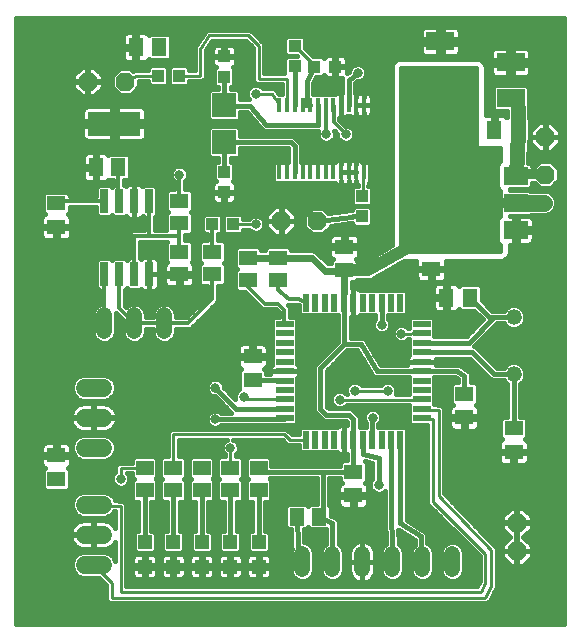
<source format=gtl>
G75*
%MOIN*%
%OFA0B0*%
%FSLAX24Y24*%
%IPPOS*%
%LPD*%
%AMOC8*
5,1,8,0,0,1.08239X$1,22.5*
%
%ADD10R,0.0630X0.0512*%
%ADD11R,0.0413X0.0425*%
%ADD12R,0.0425X0.0413*%
%ADD13R,0.0945X0.0630*%
%ADD14R,0.0512X0.0630*%
%ADD15R,0.0591X0.0197*%
%ADD16R,0.0197X0.0591*%
%ADD17R,0.0472X0.0472*%
%ADD18OC8,0.0630*%
%ADD19C,0.0520*%
%ADD20C,0.0520*%
%ADD21R,0.0591X0.0512*%
%ADD22R,0.0512X0.0591*%
%ADD23C,0.0600*%
%ADD24R,0.0260X0.0800*%
%ADD25R,0.0787X0.0591*%
%ADD26R,0.0787X0.1496*%
%ADD27R,0.0157X0.0472*%
%ADD28R,0.0787X0.0787*%
%ADD29R,0.1772X0.0787*%
%ADD30C,0.0160*%
%ADD31C,0.0317*%
%ADD32C,0.0100*%
%ADD33C,0.0320*%
%ADD34C,0.0120*%
%ADD35C,0.0240*%
%ADD36C,0.0400*%
%ADD37C,0.0560*%
%ADD38C,0.0500*%
D10*
X005110Y007686D03*
X005110Y008474D03*
X009210Y014506D03*
X009210Y015254D03*
X009210Y016206D03*
X009210Y016954D03*
X010310Y015254D03*
X010310Y014506D03*
X011660Y011774D03*
X011660Y010986D03*
X015010Y007924D03*
X015010Y007136D03*
X018710Y009736D03*
X018710Y010524D03*
X020360Y009374D03*
X020360Y008586D03*
X017610Y014686D03*
X017610Y015474D03*
X014710Y015424D03*
X014710Y014636D03*
X005110Y016086D03*
X005110Y016874D03*
D11*
X008515Y021130D03*
X009204Y021130D03*
X013715Y021430D03*
X014404Y021430D03*
X011004Y016180D03*
X010315Y016180D03*
D12*
X010710Y017236D03*
X010710Y017924D03*
X010710Y021086D03*
X010710Y021774D03*
X013060Y021436D03*
X013060Y022124D03*
X015310Y017124D03*
X015310Y016436D03*
D13*
X017910Y021089D03*
X017910Y022271D03*
X020260Y021571D03*
X020260Y020389D03*
D14*
X020503Y019330D03*
X019716Y019330D03*
X018903Y013730D03*
X018116Y013730D03*
X008553Y022080D03*
X007766Y022080D03*
X007184Y018080D03*
X006435Y018080D03*
D15*
X012726Y012855D03*
X012726Y012540D03*
X012726Y012225D03*
X012726Y011910D03*
X012726Y011595D03*
X012726Y011280D03*
X012726Y010965D03*
X012726Y010650D03*
X012726Y010335D03*
X012726Y010020D03*
X012726Y009705D03*
X017293Y009705D03*
X017293Y010020D03*
X017293Y010335D03*
X017293Y010650D03*
X017293Y010965D03*
X017293Y011280D03*
X017293Y011595D03*
X017293Y011910D03*
X017293Y012225D03*
X017293Y012540D03*
X017293Y012855D03*
D16*
X016584Y013563D03*
X016269Y013563D03*
X015954Y013563D03*
X015639Y013563D03*
X015324Y013563D03*
X015010Y013563D03*
X014695Y013563D03*
X014380Y013563D03*
X014065Y013563D03*
X013750Y013563D03*
X013435Y013563D03*
X013435Y008997D03*
X013750Y008997D03*
X014065Y008997D03*
X014380Y008997D03*
X014695Y008997D03*
X015010Y008997D03*
X015324Y008997D03*
X015639Y008997D03*
X015954Y008997D03*
X016269Y008997D03*
X016584Y008997D03*
D17*
X011860Y005593D03*
X011860Y004767D03*
X010910Y004767D03*
X010910Y005593D03*
X009960Y005593D03*
X009960Y004767D03*
X009010Y004767D03*
X009010Y005593D03*
X008060Y005593D03*
X008060Y004767D03*
D18*
X012610Y016280D03*
X013810Y016280D03*
X007410Y020930D03*
X006160Y020930D03*
X020460Y006230D03*
X020460Y005280D03*
X021410Y017830D03*
X021410Y019080D03*
D19*
X008710Y013140D02*
X008710Y012620D01*
X007710Y012620D02*
X007710Y013140D01*
X006710Y013140D02*
X006710Y012620D01*
X013310Y005190D02*
X013310Y004670D01*
X014310Y004670D02*
X014310Y005190D01*
X015310Y005190D02*
X015310Y004670D01*
X016310Y004670D02*
X016310Y005190D01*
X017310Y005190D02*
X017310Y004670D01*
X018310Y004670D02*
X018310Y005190D01*
D20*
X020360Y011180D03*
X020360Y013080D03*
D21*
X012510Y014306D03*
X012510Y015054D03*
X011510Y015054D03*
X011510Y014306D03*
X011860Y008054D03*
X011860Y007306D03*
X010910Y007306D03*
X010910Y008054D03*
X009960Y008054D03*
X009960Y007306D03*
X009010Y007306D03*
X009010Y008054D03*
X008060Y008054D03*
X008060Y007306D03*
D22*
X013135Y006430D03*
X013884Y006430D03*
D23*
X006660Y006830D02*
X006060Y006830D01*
X006060Y005830D02*
X006660Y005830D01*
X006660Y004830D02*
X006060Y004830D01*
X006060Y008730D02*
X006660Y008730D01*
X006660Y009730D02*
X006060Y009730D01*
X006060Y010730D02*
X006660Y010730D01*
D24*
X006710Y014520D03*
X007210Y014520D03*
X007710Y014520D03*
X008210Y014520D03*
X008210Y016940D03*
X007710Y016940D03*
X007210Y016940D03*
X006710Y016940D03*
D25*
X020450Y016880D03*
X020450Y015974D03*
X020450Y017786D03*
D26*
X017969Y016880D03*
D27*
X015367Y017902D03*
X015111Y017902D03*
X014855Y017902D03*
X014599Y017902D03*
X014343Y017902D03*
X014087Y017902D03*
X013832Y017902D03*
X013576Y017902D03*
X013320Y017902D03*
X013064Y017902D03*
X012808Y017902D03*
X012552Y017902D03*
X012552Y020146D03*
X012808Y020146D03*
X013064Y020146D03*
X013320Y020146D03*
X013576Y020146D03*
X013832Y020146D03*
X014087Y020146D03*
X014343Y020146D03*
X014599Y020146D03*
X014855Y020146D03*
X015111Y020146D03*
X015367Y020146D03*
D28*
X010710Y020148D03*
X010710Y018912D03*
D29*
X007048Y019530D03*
D30*
X003777Y023054D02*
X003777Y002841D01*
X022021Y002841D01*
X022021Y023054D01*
X003777Y023054D01*
X003777Y022928D02*
X022021Y022928D01*
X022021Y022769D02*
X003777Y022769D01*
X003777Y022611D02*
X010080Y022611D01*
X010070Y022595D02*
X010030Y022555D01*
X010030Y022534D01*
X009770Y022145D01*
X009730Y022105D01*
X009730Y022084D01*
X009718Y022068D01*
X009730Y022012D01*
X009730Y021310D01*
X009541Y021310D01*
X009541Y021396D01*
X009465Y021473D01*
X008943Y021473D01*
X008867Y021396D01*
X008867Y020864D01*
X008943Y020787D01*
X009465Y020787D01*
X009541Y020864D01*
X009541Y020950D01*
X009984Y020950D01*
X010090Y021055D01*
X010090Y021976D01*
X010090Y021977D02*
X010317Y021977D01*
X010317Y022005D02*
X010317Y021798D01*
X010686Y021798D01*
X010686Y022161D01*
X010473Y022161D01*
X010427Y022149D01*
X010386Y022125D01*
X010353Y022092D01*
X010329Y022051D01*
X010317Y022005D01*
X010403Y022135D02*
X010196Y022135D01*
X010302Y022294D02*
X011441Y022294D01*
X011435Y022300D02*
X011680Y022055D01*
X011680Y020955D01*
X011785Y020850D01*
X012630Y020850D01*
X012630Y020512D01*
X012541Y020512D01*
X012490Y020586D01*
X012490Y020605D01*
X012448Y020646D01*
X012415Y020694D01*
X012397Y020697D01*
X012384Y020710D01*
X012326Y020710D01*
X012268Y020720D01*
X012253Y020710D01*
X011987Y020710D01*
X011923Y020775D01*
X011817Y020818D01*
X011702Y020818D01*
X011596Y020775D01*
X011515Y020693D01*
X011471Y020587D01*
X011471Y020473D01*
X011515Y020367D01*
X011539Y020342D01*
X011490Y020346D01*
X011483Y020340D01*
X011233Y020340D01*
X011233Y020596D01*
X011157Y020672D01*
X010920Y020672D01*
X010920Y020749D01*
X010976Y020749D01*
X011052Y020825D01*
X011052Y021346D01*
X010996Y021402D01*
X011033Y021424D01*
X011066Y021457D01*
X011090Y021498D01*
X011102Y021544D01*
X011102Y021751D01*
X010733Y021751D01*
X010733Y021798D01*
X010686Y021798D01*
X010686Y021751D01*
X010317Y021751D01*
X010317Y021544D01*
X010329Y021498D01*
X010353Y021457D01*
X010386Y021424D01*
X010423Y021402D01*
X010367Y021346D01*
X010367Y020825D01*
X010443Y020749D01*
X010500Y020749D01*
X010500Y020672D01*
X010262Y020672D01*
X010186Y020596D01*
X010186Y019701D01*
X010262Y019624D01*
X011157Y019624D01*
X011233Y019701D01*
X011233Y019920D01*
X011462Y019920D01*
X011900Y019403D01*
X011900Y019393D01*
X011955Y019338D01*
X012005Y019278D01*
X012015Y019277D01*
X012023Y019270D01*
X012101Y019270D01*
X012179Y019264D01*
X012186Y019270D01*
X013752Y019270D01*
X013752Y019269D01*
X013835Y019270D01*
X013821Y019237D01*
X013821Y019123D01*
X013865Y019017D01*
X013946Y018935D01*
X014052Y018892D01*
X014167Y018892D01*
X014273Y018935D01*
X014354Y019017D01*
X014398Y019123D01*
X014398Y019237D01*
X014373Y019298D01*
X014471Y019200D01*
X014471Y019123D01*
X014515Y019017D01*
X014596Y018935D01*
X014702Y018892D01*
X014817Y018892D01*
X014923Y018935D01*
X015004Y019017D01*
X015048Y019123D01*
X015048Y019237D01*
X015004Y019343D01*
X014923Y019425D01*
X014817Y019468D01*
X014740Y019468D01*
X014550Y019659D01*
X014550Y019730D01*
X014599Y019730D01*
X014599Y020146D01*
X014599Y020146D01*
X014599Y019730D01*
X014702Y019730D01*
X014747Y019742D01*
X014789Y019766D01*
X014803Y019780D01*
X014908Y019780D01*
X014922Y019766D01*
X014963Y019742D01*
X015009Y019730D01*
X015111Y019730D01*
X015111Y019876D01*
X015111Y019876D01*
X015111Y019730D01*
X015214Y019730D01*
X015239Y019737D01*
X015265Y019730D01*
X015367Y019730D01*
X015469Y019730D01*
X015515Y019742D01*
X015556Y019766D01*
X015590Y019799D01*
X015613Y019840D01*
X015626Y019886D01*
X015626Y020146D01*
X015367Y020146D01*
X015367Y020146D01*
X015111Y020146D01*
X015111Y020146D01*
X015367Y020146D01*
X015367Y020146D01*
X015626Y020146D01*
X015626Y020406D01*
X015613Y020452D01*
X015590Y020493D01*
X015556Y020526D01*
X015515Y020550D01*
X015469Y020562D01*
X015367Y020562D01*
X015265Y020562D01*
X015239Y020556D01*
X015214Y020562D01*
X015111Y020562D01*
X015065Y020562D01*
X015065Y020884D01*
X015137Y020942D01*
X015217Y020942D01*
X015323Y020985D01*
X015404Y021067D01*
X015448Y021173D01*
X015448Y021287D01*
X015404Y021393D01*
X015323Y021475D01*
X015217Y021518D01*
X015102Y021518D01*
X014996Y021475D01*
X014915Y021393D01*
X014871Y021287D01*
X014871Y021267D01*
X014791Y021202D01*
X014791Y021407D01*
X014427Y021407D01*
X014427Y021037D01*
X014634Y021037D01*
X014645Y021040D01*
X014645Y020995D01*
X014637Y020920D01*
X014645Y020910D01*
X014645Y020562D01*
X014599Y020562D01*
X014497Y020562D01*
X014451Y020550D01*
X013670Y020550D01*
X013670Y020512D02*
X013670Y020884D01*
X013774Y021087D01*
X013976Y021087D01*
X014032Y021144D01*
X014053Y021107D01*
X014087Y021073D01*
X014128Y021050D01*
X014174Y021037D01*
X014381Y021037D01*
X014381Y021407D01*
X014427Y021407D01*
X014427Y021453D01*
X014381Y021453D01*
X014381Y021823D01*
X014174Y021823D01*
X014128Y021810D01*
X014087Y021787D01*
X014053Y021753D01*
X014032Y021716D01*
X013976Y021773D01*
X013680Y021773D01*
X013402Y022051D01*
X013402Y022385D01*
X013326Y022461D01*
X012793Y022461D01*
X012717Y022385D01*
X012717Y021864D01*
X012793Y021788D01*
X013128Y021788D01*
X013143Y021772D01*
X012793Y021772D01*
X012717Y021696D01*
X012717Y021210D01*
X012040Y021210D01*
X012040Y022205D01*
X011690Y022555D01*
X011584Y022660D01*
X010264Y022660D01*
X010247Y022671D01*
X010192Y022660D01*
X010135Y022660D01*
X010121Y022646D01*
X010101Y022642D01*
X010070Y022595D01*
X009975Y022452D02*
X008936Y022452D01*
X008939Y022449D02*
X008863Y022525D01*
X008243Y022525D01*
X008187Y022469D01*
X008166Y022505D01*
X008132Y022539D01*
X008091Y022563D01*
X008045Y022575D01*
X007814Y022575D01*
X007814Y022128D01*
X007718Y022128D01*
X007718Y022575D01*
X007486Y022575D01*
X007440Y022563D01*
X007399Y022539D01*
X007366Y022505D01*
X007342Y022464D01*
X007330Y022419D01*
X007330Y022128D01*
X007718Y022128D01*
X007718Y022032D01*
X007814Y022032D01*
X007814Y021585D01*
X008045Y021585D01*
X008091Y021597D01*
X008132Y021621D01*
X008166Y021655D01*
X008187Y021691D01*
X008243Y021635D01*
X008863Y021635D01*
X008939Y021711D01*
X008939Y022449D01*
X008939Y022294D02*
X009869Y022294D01*
X009760Y022135D02*
X008939Y022135D01*
X008939Y021977D02*
X009730Y021977D01*
X009730Y021818D02*
X008939Y021818D01*
X008887Y021660D02*
X009730Y021660D01*
X009730Y021501D02*
X003777Y021501D01*
X003777Y021343D02*
X005872Y021343D01*
X005954Y021425D02*
X005665Y021135D01*
X005665Y020940D01*
X006150Y020940D01*
X006150Y021425D01*
X005954Y021425D01*
X006150Y021343D02*
X006170Y021343D01*
X006170Y021425D02*
X006170Y020940D01*
X006655Y020940D01*
X006655Y021135D01*
X006365Y021425D01*
X006170Y021425D01*
X006150Y021184D02*
X006170Y021184D01*
X006170Y021026D02*
X006150Y021026D01*
X006150Y020940D02*
X006170Y020940D01*
X006170Y020920D01*
X006655Y020920D01*
X006655Y020725D01*
X006365Y020435D01*
X006170Y020435D01*
X006170Y020920D01*
X006150Y020920D01*
X006150Y020435D01*
X005954Y020435D01*
X005665Y020725D01*
X005665Y020920D01*
X006150Y020920D01*
X006150Y020940D01*
X006150Y020867D02*
X006170Y020867D01*
X006170Y020709D02*
X006150Y020709D01*
X006150Y020550D02*
X006170Y020550D01*
X006480Y020550D02*
X007160Y020550D01*
X007225Y020485D02*
X007594Y020485D01*
X007855Y020746D01*
X007855Y020950D01*
X008178Y020950D01*
X008178Y020864D01*
X008254Y020787D01*
X008776Y020787D01*
X008852Y020864D01*
X008852Y021396D01*
X008776Y021473D01*
X008254Y021473D01*
X008178Y021396D01*
X008178Y021310D01*
X007793Y021310D01*
X007755Y021325D01*
X007721Y021310D01*
X007685Y021310D01*
X007672Y021297D01*
X007594Y021375D01*
X007225Y021375D01*
X006965Y021114D01*
X006965Y020746D01*
X007225Y020485D01*
X007002Y020709D02*
X006638Y020709D01*
X006655Y020867D02*
X006965Y020867D01*
X006965Y021026D02*
X006655Y021026D01*
X006606Y021184D02*
X007034Y021184D01*
X007193Y021343D02*
X006447Y021343D01*
X005714Y021184D02*
X003777Y021184D01*
X003777Y021026D02*
X005665Y021026D01*
X005665Y020867D02*
X003777Y020867D01*
X003777Y020709D02*
X005681Y020709D01*
X005839Y020550D02*
X003777Y020550D01*
X003777Y020392D02*
X010186Y020392D01*
X010186Y020550D02*
X007659Y020550D01*
X007817Y020709D02*
X010500Y020709D01*
X010367Y020867D02*
X009541Y020867D01*
X009541Y021343D02*
X009730Y021343D01*
X010090Y021343D02*
X010367Y021343D01*
X010367Y021184D02*
X010090Y021184D01*
X010060Y021026D02*
X010367Y021026D01*
X010710Y021086D02*
X010710Y020148D01*
X010728Y020130D01*
X011560Y020130D01*
X012110Y019480D01*
X013837Y019480D01*
X013832Y020146D01*
X013576Y020146D02*
X013320Y020146D01*
X013460Y020262D02*
X013460Y020936D01*
X013715Y021430D01*
X013635Y021818D02*
X014157Y021818D01*
X014381Y021818D02*
X014427Y021818D01*
X014427Y021823D02*
X014427Y021453D01*
X014791Y021453D01*
X014791Y021666D01*
X014778Y021712D01*
X014755Y021753D01*
X014721Y021787D01*
X014680Y021810D01*
X014634Y021823D01*
X014427Y021823D01*
X014427Y021660D02*
X014381Y021660D01*
X014381Y021501D02*
X014427Y021501D01*
X014427Y021343D02*
X014381Y021343D01*
X014381Y021184D02*
X014427Y021184D01*
X014645Y021026D02*
X013742Y021026D01*
X013670Y020867D02*
X014645Y020867D01*
X014645Y020709D02*
X013670Y020709D01*
X013670Y020512D02*
X014396Y020512D01*
X014410Y020526D01*
X014451Y020550D01*
X014599Y020550D02*
X014599Y020550D01*
X014599Y020562D02*
X014599Y020146D01*
X014599Y020146D01*
X014599Y020562D01*
X014599Y020392D02*
X014599Y020392D01*
X014599Y020233D02*
X014599Y020233D01*
X014599Y020075D02*
X014599Y020075D01*
X014599Y019916D02*
X014599Y019916D01*
X014599Y019758D02*
X014599Y019758D01*
X014609Y019599D02*
X016290Y019599D01*
X016290Y019441D02*
X014884Y019441D01*
X015029Y019282D02*
X016290Y019282D01*
X016290Y019124D02*
X015048Y019124D01*
X014952Y018965D02*
X016290Y018965D01*
X016290Y018807D02*
X013270Y018807D01*
X013270Y018867D02*
X013146Y018990D01*
X013015Y019122D01*
X011233Y019122D01*
X011233Y019359D01*
X011157Y019436D01*
X010262Y019436D01*
X010186Y019359D01*
X010186Y018464D01*
X010262Y018388D01*
X010500Y018388D01*
X010500Y018261D01*
X010443Y018261D01*
X010367Y018185D01*
X010367Y017664D01*
X010423Y017608D01*
X010386Y017586D01*
X010353Y017553D01*
X010329Y017512D01*
X010317Y017466D01*
X010317Y017259D01*
X010686Y017259D01*
X010686Y017212D01*
X010733Y017212D01*
X010733Y016849D01*
X010946Y016849D01*
X010992Y016861D01*
X011033Y016885D01*
X011066Y016918D01*
X011090Y016959D01*
X011102Y017005D01*
X011102Y017212D01*
X010733Y017212D01*
X010733Y017259D01*
X011102Y017259D01*
X011102Y017466D01*
X011090Y017512D01*
X011066Y017553D01*
X011033Y017586D01*
X010996Y017608D01*
X011052Y017664D01*
X011052Y018185D01*
X010976Y018261D01*
X010920Y018261D01*
X010920Y018388D01*
X011157Y018388D01*
X011233Y018464D01*
X011233Y018702D01*
X012841Y018702D01*
X012850Y018693D01*
X012850Y018268D01*
X012419Y018268D01*
X012343Y018192D01*
X012343Y017612D01*
X012419Y017536D01*
X014396Y017536D01*
X014410Y017522D01*
X014451Y017498D01*
X014497Y017486D01*
X014599Y017486D01*
X014599Y017632D01*
X014599Y017632D01*
X014599Y017486D01*
X014702Y017486D01*
X014727Y017493D01*
X014753Y017486D01*
X014855Y017486D01*
X014855Y017632D01*
X014855Y017632D01*
X014855Y017632D01*
X014855Y017486D01*
X014958Y017486D01*
X014983Y017493D01*
X015009Y017486D01*
X015111Y017486D01*
X015111Y017632D01*
X015111Y017486D01*
X015156Y017486D01*
X015154Y017461D01*
X015043Y017461D01*
X014967Y017385D01*
X014967Y016864D01*
X015043Y016788D01*
X015576Y016788D01*
X015652Y016864D01*
X015652Y017385D01*
X015576Y017461D01*
X015515Y017461D01*
X015523Y017559D01*
X015576Y017612D01*
X015576Y018192D01*
X015500Y018268D01*
X015314Y018268D01*
X015300Y018282D01*
X015259Y018306D01*
X015214Y018318D01*
X015111Y018318D01*
X015009Y018318D01*
X014983Y018311D01*
X014958Y018318D01*
X014855Y018318D01*
X014753Y018318D01*
X014727Y018311D01*
X014702Y018318D01*
X014599Y018318D01*
X014497Y018318D01*
X014451Y018306D01*
X014410Y018282D01*
X014396Y018268D01*
X013270Y018268D01*
X013270Y018867D01*
X013171Y018965D02*
X013917Y018965D01*
X013821Y019124D02*
X011233Y019124D01*
X011233Y019282D02*
X012002Y019282D01*
X011868Y019441D02*
X008114Y019441D01*
X008114Y019450D02*
X008114Y019113D01*
X008102Y019067D01*
X008078Y019026D01*
X008044Y018992D01*
X008003Y018969D01*
X007958Y018956D01*
X007128Y018956D01*
X007128Y019450D01*
X006968Y019450D01*
X005982Y019450D01*
X005982Y019113D01*
X005995Y019067D01*
X006018Y019026D01*
X006052Y018992D01*
X006093Y018969D01*
X006139Y018956D01*
X006968Y018956D01*
X006968Y019450D01*
X006968Y019610D01*
X005982Y019610D01*
X005982Y019947D01*
X005995Y019993D01*
X006018Y020034D01*
X006052Y020068D01*
X006093Y020091D01*
X006139Y020104D01*
X006968Y020104D01*
X006968Y019610D01*
X007128Y019610D01*
X007128Y020104D01*
X007958Y020104D01*
X008003Y020091D01*
X008044Y020068D01*
X008078Y020034D01*
X008102Y019993D01*
X008114Y019947D01*
X008114Y019610D01*
X007128Y019610D01*
X007128Y019450D01*
X008114Y019450D01*
X008114Y019282D02*
X010186Y019282D01*
X010186Y019124D02*
X008114Y019124D01*
X007990Y018965D02*
X010186Y018965D01*
X010186Y018807D02*
X003777Y018807D01*
X003777Y018965D02*
X006106Y018965D01*
X005982Y019124D02*
X003777Y019124D01*
X003777Y019282D02*
X005982Y019282D01*
X005982Y019441D02*
X003777Y019441D01*
X003777Y019599D02*
X006968Y019599D01*
X006968Y019441D02*
X007128Y019441D01*
X007128Y019599D02*
X011734Y019599D01*
X011600Y019758D02*
X011233Y019758D01*
X011233Y019916D02*
X011465Y019916D01*
X011505Y020392D02*
X011233Y020392D01*
X011233Y020550D02*
X011471Y020550D01*
X011530Y020709D02*
X010920Y020709D01*
X011052Y020867D02*
X011768Y020867D01*
X011680Y021026D02*
X011052Y021026D01*
X011052Y021184D02*
X011680Y021184D01*
X011680Y021343D02*
X011052Y021343D01*
X011091Y021501D02*
X011680Y021501D01*
X011680Y021660D02*
X011102Y021660D01*
X011102Y021798D02*
X011102Y022005D01*
X011090Y022051D01*
X011066Y022092D01*
X011033Y022125D01*
X010992Y022149D01*
X010946Y022161D01*
X010733Y022161D01*
X010733Y021798D01*
X011102Y021798D01*
X011102Y021818D02*
X011680Y021818D01*
X011680Y021977D02*
X011102Y021977D01*
X011016Y022135D02*
X011600Y022135D01*
X011435Y022300D02*
X010306Y022300D01*
X010090Y021976D01*
X010090Y021818D02*
X010317Y021818D01*
X010317Y021660D02*
X010090Y021660D01*
X010090Y021501D02*
X010328Y021501D01*
X010686Y021818D02*
X010733Y021818D01*
X010733Y021977D02*
X010686Y021977D01*
X010686Y022135D02*
X010733Y022135D01*
X011634Y022611D02*
X017257Y022611D01*
X017257Y022609D02*
X017257Y022348D01*
X017832Y022348D01*
X017832Y022193D01*
X017987Y022193D01*
X017987Y021776D01*
X018406Y021776D01*
X018451Y021788D01*
X018492Y021812D01*
X018526Y021845D01*
X018550Y021886D01*
X018562Y021932D01*
X018562Y022193D01*
X017987Y022193D01*
X017987Y022348D01*
X018562Y022348D01*
X018562Y022609D01*
X018550Y022655D01*
X018526Y022696D01*
X018492Y022730D01*
X018451Y022753D01*
X018406Y022766D01*
X017987Y022766D01*
X017987Y022348D01*
X017832Y022348D01*
X017832Y022766D01*
X017413Y022766D01*
X017368Y022753D01*
X017327Y022730D01*
X017293Y022696D01*
X017269Y022655D01*
X017257Y022609D01*
X017257Y022452D02*
X013335Y022452D01*
X013402Y022294D02*
X017832Y022294D01*
X017832Y022193D02*
X017257Y022193D01*
X017257Y021932D01*
X017269Y021886D01*
X017293Y021845D01*
X017327Y021812D01*
X017368Y021788D01*
X017413Y021776D01*
X017832Y021776D01*
X017832Y022193D01*
X017832Y022135D02*
X017987Y022135D01*
X017987Y021977D02*
X017832Y021977D01*
X017832Y021818D02*
X017987Y021818D01*
X017987Y022294D02*
X022021Y022294D01*
X022021Y022452D02*
X018562Y022452D01*
X018562Y022611D02*
X022021Y022611D01*
X022021Y022135D02*
X018562Y022135D01*
X018562Y021977D02*
X019632Y021977D01*
X019643Y021996D02*
X019619Y021955D01*
X019607Y021909D01*
X019607Y021648D01*
X020182Y021648D01*
X020182Y021493D01*
X020337Y021493D01*
X020337Y021076D01*
X020756Y021076D01*
X020801Y021088D01*
X020842Y021112D01*
X020876Y021145D01*
X020900Y021186D01*
X020912Y021232D01*
X020912Y021493D01*
X020337Y021493D01*
X020337Y021648D01*
X020912Y021648D01*
X020912Y021909D01*
X020900Y021955D01*
X020876Y021996D01*
X020842Y022030D01*
X020801Y022053D01*
X020756Y022066D01*
X020337Y022066D01*
X020337Y021648D01*
X020182Y021648D01*
X020182Y022066D01*
X019763Y022066D01*
X019718Y022053D01*
X019677Y022030D01*
X019643Y021996D01*
X019607Y021818D02*
X018499Y021818D01*
X019173Y021700D02*
X016546Y021700D01*
X016428Y021651D01*
X016338Y021561D01*
X016290Y021444D01*
X016290Y015478D01*
X015204Y015478D01*
X015204Y015472D02*
X015204Y015703D01*
X015192Y015749D01*
X015169Y015790D01*
X015135Y015824D01*
X015094Y015847D01*
X015048Y015860D01*
X014757Y015860D01*
X014757Y015472D01*
X014662Y015472D01*
X014662Y015860D01*
X014371Y015860D01*
X014325Y015847D01*
X014284Y015824D01*
X014251Y015790D01*
X014227Y015749D01*
X014215Y015703D01*
X014215Y015472D01*
X014662Y015472D01*
X014662Y015376D01*
X014215Y015376D01*
X014215Y015144D01*
X014227Y015098D01*
X014251Y015057D01*
X014284Y015024D01*
X014321Y015002D01*
X014265Y014946D01*
X014265Y014880D01*
X014163Y014880D01*
X013777Y015266D01*
X013685Y015304D01*
X012935Y015304D01*
X012935Y015364D01*
X012859Y015440D01*
X012160Y015440D01*
X012084Y015364D01*
X012084Y015304D01*
X011935Y015304D01*
X011935Y015364D01*
X011859Y015440D01*
X011160Y015440D01*
X011084Y015364D01*
X011084Y014744D01*
X011149Y014680D01*
X011084Y014616D01*
X011084Y013996D01*
X011160Y013920D01*
X011401Y013920D01*
X011870Y013451D01*
X011981Y013340D01*
X012431Y013340D01*
X012520Y013251D01*
X012520Y013083D01*
X012377Y013083D01*
X012301Y013007D01*
X012301Y012703D01*
X012306Y012697D01*
X012301Y012692D01*
X012301Y012388D01*
X012306Y012382D01*
X012301Y012377D01*
X012301Y012073D01*
X012306Y012067D01*
X012301Y012062D01*
X012301Y011758D01*
X012306Y011752D01*
X012301Y011747D01*
X012301Y011503D01*
X012287Y011489D01*
X012263Y011448D01*
X012251Y011402D01*
X012251Y011280D01*
X012726Y011280D01*
X012251Y011280D01*
X012251Y011196D01*
X012104Y011196D01*
X012104Y011296D01*
X012048Y011352D01*
X012085Y011374D01*
X012119Y011407D01*
X012142Y011448D01*
X012154Y011494D01*
X012154Y011726D01*
X011707Y011726D01*
X011707Y011822D01*
X011612Y011822D01*
X011612Y012210D01*
X011321Y012210D01*
X011275Y012197D01*
X011234Y012174D01*
X011201Y012140D01*
X011177Y012099D01*
X011165Y012053D01*
X011165Y011822D01*
X011612Y011822D01*
X011612Y011726D01*
X011165Y011726D01*
X011165Y011494D01*
X011177Y011448D01*
X011201Y011407D01*
X011234Y011374D01*
X011271Y011352D01*
X011215Y011296D01*
X011215Y010682D01*
X011196Y010675D01*
X011115Y010593D01*
X011071Y010487D01*
X011071Y010373D01*
X011076Y010360D01*
X010698Y010739D01*
X010698Y010787D01*
X010654Y010893D01*
X010573Y010975D01*
X010467Y011018D01*
X010352Y011018D01*
X010246Y010975D01*
X010165Y010893D01*
X010121Y010787D01*
X010121Y010673D01*
X010165Y010567D01*
X010246Y010485D01*
X010352Y010442D01*
X010401Y010442D01*
X010909Y009933D01*
X010953Y009890D01*
X010607Y009890D01*
X010573Y009925D01*
X010467Y009968D01*
X010352Y009968D01*
X010246Y009925D01*
X010165Y009843D01*
X010121Y009737D01*
X010121Y009623D01*
X010165Y009517D01*
X010246Y009435D01*
X010352Y009392D01*
X010467Y009392D01*
X010573Y009435D01*
X010607Y009470D01*
X012788Y009470D01*
X012795Y009477D01*
X013075Y009477D01*
X013151Y009553D01*
X013151Y009857D01*
X013146Y009863D01*
X013151Y009868D01*
X013151Y010172D01*
X013146Y010178D01*
X013151Y010183D01*
X013151Y010487D01*
X013146Y010493D01*
X013151Y010498D01*
X013151Y010802D01*
X013146Y010808D01*
X013151Y010813D01*
X013151Y011057D01*
X013165Y011071D01*
X013189Y011112D01*
X013201Y011158D01*
X013201Y011280D01*
X012726Y011280D01*
X012726Y011280D01*
X013201Y011280D01*
X013201Y011402D01*
X013189Y011448D01*
X013165Y011489D01*
X013151Y011503D01*
X013151Y011747D01*
X013146Y011752D01*
X013151Y011758D01*
X013151Y012062D01*
X013146Y012067D01*
X013151Y012073D01*
X013151Y012377D01*
X013146Y012382D01*
X013151Y012388D01*
X013151Y012692D01*
X013146Y012697D01*
X013151Y012703D01*
X013151Y013007D01*
X013075Y013083D01*
X012900Y013083D01*
X012900Y013409D01*
X012822Y013487D01*
X012867Y013490D01*
X013170Y013490D01*
X013206Y013471D01*
X013206Y013214D01*
X013282Y013138D01*
X013587Y013138D01*
X013592Y013143D01*
X013597Y013138D01*
X013902Y013138D01*
X013907Y013143D01*
X013912Y013138D01*
X014217Y013138D01*
X014222Y013143D01*
X014227Y013138D01*
X014500Y013138D01*
X014500Y012267D01*
X013700Y011467D01*
X013700Y009943D01*
X013823Y009820D01*
X014023Y009620D01*
X014773Y009620D01*
X014800Y009593D01*
X014800Y009472D01*
X014695Y009472D01*
X014695Y008997D01*
X014695Y008997D01*
X014695Y009472D01*
X014572Y009472D01*
X014527Y009460D01*
X014486Y009436D01*
X014472Y009422D01*
X014227Y009422D01*
X014222Y009417D01*
X014217Y009422D01*
X013912Y009422D01*
X013907Y009417D01*
X013902Y009422D01*
X013597Y009422D01*
X013592Y009417D01*
X013587Y009422D01*
X013282Y009422D01*
X013206Y009346D01*
X013206Y009177D01*
X012968Y009177D01*
X012784Y009360D01*
X008935Y009360D01*
X008830Y009255D01*
X008830Y008440D01*
X008660Y008440D01*
X008584Y008364D01*
X008584Y007744D01*
X008649Y007680D01*
X008584Y007616D01*
X008584Y006996D01*
X008660Y006920D01*
X008800Y006920D01*
X008800Y005960D01*
X008719Y005960D01*
X008643Y005883D01*
X008643Y005303D01*
X008719Y005227D01*
X009300Y005227D01*
X009376Y005303D01*
X009376Y005883D01*
X009300Y005960D01*
X009220Y005960D01*
X009220Y006920D01*
X009359Y006920D01*
X009435Y006996D01*
X009435Y007616D01*
X009371Y007680D01*
X009435Y007744D01*
X009435Y008364D01*
X009359Y008440D01*
X009190Y008440D01*
X009190Y009000D01*
X010808Y009000D01*
X010746Y008975D01*
X010665Y008893D01*
X010621Y008787D01*
X010621Y008673D01*
X010665Y008567D01*
X010730Y008502D01*
X010730Y008440D01*
X010560Y008440D01*
X010484Y008364D01*
X010484Y007744D01*
X010549Y007680D01*
X010484Y007616D01*
X010484Y006996D01*
X010560Y006920D01*
X010700Y006920D01*
X010700Y005960D01*
X010619Y005960D01*
X010543Y005883D01*
X010543Y005303D01*
X010619Y005227D01*
X011200Y005227D01*
X011276Y005303D01*
X011276Y005883D01*
X011200Y005960D01*
X011120Y005960D01*
X011120Y006920D01*
X011259Y006920D01*
X011335Y006996D01*
X011335Y007616D01*
X011271Y007680D01*
X011335Y007744D01*
X011335Y008364D01*
X011259Y008440D01*
X011090Y008440D01*
X011090Y008502D01*
X011154Y008567D01*
X011198Y008673D01*
X011198Y008787D01*
X011154Y008893D01*
X011073Y008975D01*
X011011Y009000D01*
X012635Y009000D01*
X012713Y008922D01*
X012818Y008817D01*
X013206Y008817D01*
X013206Y008647D01*
X013282Y008571D01*
X013587Y008571D01*
X013592Y008576D01*
X013597Y008571D01*
X013902Y008571D01*
X013907Y008576D01*
X013912Y008571D01*
X014217Y008571D01*
X014222Y008576D01*
X014227Y008571D01*
X014472Y008571D01*
X014486Y008557D01*
X014527Y008534D01*
X014572Y008521D01*
X014695Y008521D01*
X014800Y008521D01*
X014800Y008310D01*
X014641Y008310D01*
X014565Y008233D01*
X014565Y008134D01*
X014081Y008134D01*
X014080Y008135D01*
X013994Y008134D01*
X012285Y008134D01*
X012285Y008364D01*
X012209Y008440D01*
X011510Y008440D01*
X011434Y008364D01*
X011434Y007744D01*
X011499Y007680D01*
X011434Y007616D01*
X011434Y006996D01*
X011510Y006920D01*
X011650Y006920D01*
X011650Y005960D01*
X011569Y005960D01*
X011493Y005883D01*
X011493Y005303D01*
X011569Y005227D01*
X012150Y005227D01*
X012226Y005303D01*
X012226Y005883D01*
X012150Y005960D01*
X012070Y005960D01*
X012070Y006920D01*
X012209Y006920D01*
X012285Y006996D01*
X012285Y007616D01*
X012221Y007680D01*
X012254Y007714D01*
X013787Y007714D01*
X013795Y006855D01*
X013574Y006855D01*
X013510Y006791D01*
X013445Y006855D01*
X012826Y006855D01*
X012750Y006779D01*
X012750Y006081D01*
X012826Y006005D01*
X012936Y006005D01*
X012948Y005506D01*
X012934Y005480D01*
X012950Y005422D01*
X012952Y005362D01*
X012957Y005357D01*
X012920Y005268D01*
X012920Y004592D01*
X012979Y004449D01*
X013089Y004339D01*
X013232Y004280D01*
X013387Y004280D01*
X013530Y004339D01*
X013640Y004449D01*
X013700Y004592D01*
X013700Y005268D01*
X013640Y005411D01*
X013530Y005521D01*
X013387Y005580D01*
X013366Y005580D01*
X013356Y006005D01*
X013445Y006005D01*
X013510Y006069D01*
X013574Y006005D01*
X014100Y006005D01*
X014100Y005525D01*
X014089Y005521D01*
X013979Y005411D01*
X013920Y005268D01*
X013920Y004592D01*
X013979Y004449D01*
X014089Y004339D01*
X014232Y004280D01*
X014387Y004280D01*
X014530Y004339D01*
X014640Y004449D01*
X014700Y004592D01*
X014700Y005268D01*
X014640Y005411D01*
X014530Y005521D01*
X014520Y005525D01*
X014520Y006152D01*
X014536Y006182D01*
X014520Y006236D01*
X014520Y006291D01*
X014495Y006316D01*
X014485Y006349D01*
X014436Y006375D01*
X014396Y006414D01*
X014362Y006414D01*
X014269Y006463D01*
X014269Y006779D01*
X014216Y006833D01*
X014207Y007714D01*
X014565Y007714D01*
X014565Y007614D01*
X014621Y007558D01*
X014584Y007536D01*
X014551Y007503D01*
X014527Y007462D01*
X014515Y007416D01*
X014515Y007184D01*
X014962Y007184D01*
X014962Y007088D01*
X015057Y007088D01*
X015057Y006700D01*
X015348Y006700D01*
X015394Y006713D01*
X015435Y006736D01*
X015469Y006770D01*
X015492Y006811D01*
X015504Y006857D01*
X015504Y007088D01*
X015057Y007088D01*
X015057Y007184D01*
X015504Y007184D01*
X015504Y007416D01*
X015492Y007462D01*
X015469Y007503D01*
X015435Y007536D01*
X015398Y007558D01*
X015454Y007614D01*
X015454Y008233D01*
X015396Y008292D01*
X015650Y008221D01*
X015650Y007678D01*
X015615Y007643D01*
X015571Y007537D01*
X015571Y007423D01*
X015615Y007317D01*
X015696Y007235D01*
X015802Y007192D01*
X015917Y007192D01*
X016023Y007235D01*
X016059Y007272D01*
X016059Y006348D01*
X016053Y006341D01*
X016059Y006262D01*
X016059Y006183D01*
X016066Y006177D01*
X016100Y005722D01*
X016100Y005525D01*
X016089Y005521D01*
X015979Y005411D01*
X015920Y005268D01*
X015920Y004592D01*
X015979Y004449D01*
X016089Y004339D01*
X016232Y004280D01*
X016387Y004280D01*
X016530Y004339D01*
X016640Y004449D01*
X016700Y004592D01*
X016700Y005268D01*
X016640Y005411D01*
X016530Y005521D01*
X016520Y005525D01*
X016520Y005652D01*
X016525Y005659D01*
X016520Y005738D01*
X016520Y005817D01*
X016513Y005823D01*
X016500Y005995D01*
X016524Y005995D01*
X017056Y005660D01*
X017066Y005498D01*
X016979Y005411D01*
X016920Y005268D01*
X016920Y004592D01*
X016979Y004449D01*
X017089Y004339D01*
X017232Y004280D01*
X017387Y004280D01*
X017530Y004339D01*
X017640Y004449D01*
X017700Y004592D01*
X017700Y005268D01*
X017640Y005411D01*
X017530Y005521D01*
X017484Y005540D01*
X017473Y005725D01*
X017484Y005742D01*
X017468Y005810D01*
X017464Y005879D01*
X017449Y005892D01*
X017445Y005911D01*
X017386Y005948D01*
X017334Y005995D01*
X017314Y005994D01*
X016794Y006321D01*
X016794Y008629D01*
X016813Y008647D01*
X016813Y009346D01*
X016737Y009422D01*
X016432Y009422D01*
X016427Y009417D01*
X016422Y009422D01*
X016117Y009422D01*
X016112Y009417D01*
X016107Y009422D01*
X015849Y009422D01*
X015849Y009512D01*
X015904Y009567D01*
X015948Y009673D01*
X015948Y009787D01*
X015904Y009893D01*
X015823Y009975D01*
X015717Y010018D01*
X015602Y010018D01*
X015496Y009975D01*
X015415Y009893D01*
X015371Y009787D01*
X015371Y009673D01*
X015415Y009567D01*
X015429Y009552D01*
X015429Y009422D01*
X015220Y009422D01*
X015220Y009767D01*
X015070Y009917D01*
X014946Y010040D01*
X014196Y010040D01*
X014120Y010117D01*
X014120Y011293D01*
X014796Y011970D01*
X015142Y011970D01*
X015600Y011221D01*
X015600Y011193D01*
X015643Y011149D01*
X015676Y011096D01*
X015703Y011090D01*
X015723Y011070D01*
X015785Y011070D01*
X015845Y011055D01*
X015869Y011070D01*
X016868Y011070D01*
X016868Y010813D01*
X016873Y010808D01*
X016868Y010802D01*
X016868Y010510D01*
X016422Y010510D01*
X016448Y010573D01*
X016448Y010687D01*
X016404Y010793D01*
X016323Y010875D01*
X016217Y010918D01*
X016102Y010918D01*
X015996Y010875D01*
X015932Y010810D01*
X015287Y010810D01*
X015223Y010875D01*
X015117Y010918D01*
X015002Y010918D01*
X014896Y010875D01*
X014815Y010793D01*
X014771Y010687D01*
X014771Y010573D01*
X014797Y010510D01*
X014787Y010510D01*
X014723Y010575D01*
X014617Y010618D01*
X014502Y010618D01*
X014396Y010575D01*
X014315Y010493D01*
X014271Y010387D01*
X014271Y010273D01*
X014315Y010167D01*
X014396Y010085D01*
X014502Y010042D01*
X014617Y010042D01*
X014723Y010085D01*
X014787Y010150D01*
X016868Y010150D01*
X016868Y009868D01*
X016873Y009863D01*
X016868Y009857D01*
X016868Y009553D01*
X016944Y009477D01*
X017480Y009477D01*
X017480Y006855D01*
X019230Y005105D01*
X019230Y004272D01*
X019148Y004110D01*
X007440Y004110D01*
X007440Y006775D01*
X007443Y006844D01*
X007440Y006849D01*
X007440Y006855D01*
X007390Y006904D01*
X007344Y006956D01*
X007338Y006956D01*
X007334Y006960D01*
X007265Y006960D01*
X007067Y006971D01*
X007024Y007074D01*
X006903Y007195D01*
X006745Y007260D01*
X005974Y007260D01*
X005816Y007195D01*
X005695Y007074D01*
X005630Y006916D01*
X005630Y006744D01*
X005695Y006586D01*
X005816Y006465D01*
X005974Y006400D01*
X006745Y006400D01*
X006903Y006465D01*
X007024Y006586D01*
X007035Y006612D01*
X007080Y006610D01*
X007080Y006063D01*
X007070Y006082D01*
X007026Y006143D01*
X006972Y006196D01*
X006911Y006241D01*
X006844Y006275D01*
X006772Y006298D01*
X006697Y006310D01*
X006380Y006310D01*
X006380Y005850D01*
X006340Y005850D01*
X006340Y006310D01*
X006022Y006310D01*
X005947Y006298D01*
X005875Y006275D01*
X005808Y006241D01*
X005747Y006196D01*
X005693Y006143D01*
X005649Y006082D01*
X005615Y006014D01*
X005591Y005942D01*
X005580Y005868D01*
X005580Y005850D01*
X006340Y005850D01*
X006340Y005810D01*
X006380Y005810D01*
X006380Y005350D01*
X006697Y005350D01*
X006772Y005362D01*
X006844Y005385D01*
X006911Y005419D01*
X006972Y005464D01*
X007026Y005517D01*
X007070Y005578D01*
X007080Y005597D01*
X007080Y004940D01*
X007024Y005074D01*
X006903Y005195D01*
X006745Y005260D01*
X005974Y005260D01*
X005816Y005195D01*
X005695Y005074D01*
X005630Y004916D01*
X005630Y004744D01*
X005695Y004586D01*
X005816Y004465D01*
X005974Y004400D01*
X006535Y004400D01*
X006780Y004155D01*
X006780Y003655D01*
X006885Y003550D01*
X019367Y003550D01*
X019396Y003536D01*
X019439Y003550D01*
X019484Y003550D01*
X019507Y003573D01*
X019537Y003583D01*
X019557Y003623D01*
X019590Y003655D01*
X019590Y003688D01*
X019757Y004023D01*
X019790Y004055D01*
X019790Y004088D01*
X019804Y004116D01*
X019790Y004159D01*
X019790Y005329D01*
X019791Y005402D01*
X019790Y005403D01*
X019790Y005405D01*
X019738Y005456D01*
X018040Y007203D01*
X018040Y009974D01*
X018044Y010042D01*
X018040Y010047D01*
X018040Y010055D01*
X017991Y010103D01*
X017947Y010154D01*
X017939Y010155D01*
X017934Y010160D01*
X017866Y010160D01*
X017718Y010170D01*
X017718Y010172D01*
X017713Y010178D01*
X017718Y010183D01*
X017718Y010487D01*
X017713Y010493D01*
X017718Y010498D01*
X017718Y010802D01*
X017713Y010808D01*
X017718Y010813D01*
X017718Y011070D01*
X018401Y011070D01*
X018500Y011011D01*
X018500Y010910D01*
X018341Y010910D01*
X018265Y010833D01*
X018265Y010214D01*
X018321Y010158D01*
X018284Y010136D01*
X018251Y010103D01*
X018227Y010062D01*
X018215Y010016D01*
X018215Y009784D01*
X018662Y009784D01*
X018662Y009688D01*
X018757Y009688D01*
X018757Y009300D01*
X019048Y009300D01*
X019094Y009313D01*
X019135Y009336D01*
X019169Y009370D01*
X019192Y009411D01*
X019204Y009457D01*
X019204Y009688D01*
X018757Y009688D01*
X018757Y009784D01*
X019204Y009784D01*
X019204Y010016D01*
X019192Y010062D01*
X019169Y010103D01*
X019135Y010136D01*
X019098Y010158D01*
X019154Y010214D01*
X019154Y010833D01*
X019078Y010910D01*
X018920Y010910D01*
X018920Y011072D01*
X018934Y011097D01*
X018920Y011156D01*
X018920Y011217D01*
X018899Y011237D01*
X018892Y011265D01*
X018840Y011297D01*
X018796Y011340D01*
X018768Y011340D01*
X018590Y011447D01*
X018546Y011490D01*
X018518Y011490D01*
X018493Y011505D01*
X018434Y011490D01*
X017768Y011490D01*
X017768Y011595D01*
X017768Y011700D01*
X018893Y011700D01*
X019500Y011093D01*
X019623Y010970D01*
X020024Y010970D01*
X020029Y010959D01*
X020139Y010849D01*
X020150Y010845D01*
X020150Y009760D01*
X019991Y009760D01*
X019915Y009683D01*
X019915Y009064D01*
X019971Y009008D01*
X019934Y008986D01*
X019901Y008953D01*
X019877Y008912D01*
X019865Y008866D01*
X019865Y008634D01*
X020312Y008634D01*
X020312Y008538D01*
X020407Y008538D01*
X020407Y008150D01*
X020698Y008150D01*
X020744Y008163D01*
X020785Y008186D01*
X020819Y008220D01*
X020842Y008261D01*
X020854Y008307D01*
X020854Y008538D01*
X020407Y008538D01*
X020407Y008634D01*
X020854Y008634D01*
X020854Y008866D01*
X020842Y008912D01*
X020819Y008953D01*
X020785Y008986D01*
X020748Y009008D01*
X020804Y009064D01*
X020804Y009683D01*
X020728Y009760D01*
X020570Y009760D01*
X020570Y010845D01*
X020580Y010849D01*
X020690Y010959D01*
X020750Y011102D01*
X020750Y011258D01*
X020690Y011401D01*
X020580Y011511D01*
X020437Y011570D01*
X020282Y011570D01*
X020139Y011511D01*
X020029Y011401D01*
X020024Y011390D01*
X019796Y011390D01*
X019067Y012120D01*
X019046Y012120D01*
X019796Y012870D01*
X020024Y012870D01*
X020029Y012859D01*
X020139Y012749D01*
X020282Y012690D01*
X020437Y012690D01*
X020580Y012749D01*
X020690Y012859D01*
X020750Y013002D01*
X020750Y013158D01*
X020690Y013301D01*
X020580Y013411D01*
X020437Y013470D01*
X020282Y013470D01*
X020139Y013411D01*
X020029Y013301D01*
X020024Y013290D01*
X019640Y013290D01*
X019289Y013641D01*
X019289Y014099D01*
X019213Y014175D01*
X018593Y014175D01*
X018537Y014119D01*
X018516Y014155D01*
X018482Y014189D01*
X018441Y014213D01*
X018395Y014225D01*
X018164Y014225D01*
X018164Y013778D01*
X018068Y013778D01*
X018068Y014225D01*
X017836Y014225D01*
X017790Y014213D01*
X017749Y014189D01*
X017716Y014155D01*
X017692Y014114D01*
X017680Y014069D01*
X017680Y013778D01*
X018068Y013778D01*
X018068Y013682D01*
X018164Y013682D01*
X018164Y013235D01*
X018395Y013235D01*
X018441Y013247D01*
X018482Y013271D01*
X018516Y013305D01*
X018537Y013341D01*
X018593Y013285D01*
X019051Y013285D01*
X019334Y013002D01*
X018767Y012435D01*
X017718Y012435D01*
X017718Y012692D01*
X017713Y012697D01*
X017718Y012703D01*
X017718Y013007D01*
X017642Y013083D01*
X016944Y013083D01*
X016868Y013007D01*
X016868Y012714D01*
X016834Y012713D01*
X016773Y012775D01*
X016667Y012818D01*
X016552Y012818D01*
X016446Y012775D01*
X016365Y012693D01*
X016321Y012587D01*
X016321Y012473D01*
X016365Y012367D01*
X016446Y012285D01*
X016552Y012242D01*
X016667Y012242D01*
X016773Y012285D01*
X016841Y012353D01*
X016868Y012354D01*
X016868Y012073D01*
X016873Y012067D01*
X016868Y012062D01*
X016868Y011818D01*
X016854Y011804D01*
X016830Y011763D01*
X016818Y011717D01*
X016818Y011595D01*
X017293Y011595D01*
X017768Y011595D01*
X017293Y011595D01*
X017293Y011595D01*
X017293Y011595D01*
X016818Y011595D01*
X016818Y011490D01*
X015927Y011490D01*
X015470Y012239D01*
X015470Y012267D01*
X015426Y012311D01*
X015393Y012364D01*
X015366Y012370D01*
X015346Y012390D01*
X015284Y012390D01*
X015224Y012405D01*
X015200Y012390D01*
X014920Y012390D01*
X014920Y013088D01*
X015010Y013088D01*
X015132Y013088D01*
X015177Y013100D01*
X015218Y013124D01*
X015232Y013138D01*
X015477Y013138D01*
X015482Y013143D01*
X015487Y013138D01*
X015750Y013138D01*
X015750Y013028D01*
X015715Y012993D01*
X015671Y012887D01*
X015671Y012773D01*
X015715Y012667D01*
X015796Y012585D01*
X015902Y012542D01*
X016017Y012542D01*
X016123Y012585D01*
X016204Y012667D01*
X016248Y012773D01*
X016248Y012887D01*
X016204Y012993D01*
X016170Y013028D01*
X016170Y013138D01*
X016422Y013138D01*
X016427Y013143D01*
X016432Y013138D01*
X016737Y013138D01*
X016813Y013214D01*
X016813Y013913D01*
X016737Y013989D01*
X016432Y013989D01*
X016427Y013984D01*
X016422Y013989D01*
X016117Y013989D01*
X016112Y013984D01*
X016107Y013989D01*
X015802Y013989D01*
X015797Y013984D01*
X015792Y013989D01*
X015487Y013989D01*
X015482Y013984D01*
X015477Y013989D01*
X015232Y013989D01*
X015218Y014003D01*
X015177Y014026D01*
X015132Y014039D01*
X015010Y014039D01*
X015010Y013563D01*
X015010Y013088D01*
X015010Y013563D01*
X015010Y013563D01*
X015010Y013563D01*
X015010Y014039D01*
X014960Y014039D01*
X014960Y014250D01*
X015078Y014250D01*
X015134Y014306D01*
X015467Y014306D01*
X015490Y014300D01*
X015532Y014306D01*
X015575Y014306D01*
X015597Y014315D01*
X015620Y014319D01*
X015657Y014340D01*
X015696Y014357D01*
X015713Y014373D01*
X016711Y014960D01*
X017115Y014960D01*
X017115Y014734D01*
X017562Y014734D01*
X017562Y014638D01*
X017657Y014638D01*
X017657Y014250D01*
X017948Y014250D01*
X017994Y014263D01*
X018035Y014286D01*
X018069Y014320D01*
X018092Y014361D01*
X018104Y014407D01*
X018104Y014638D01*
X017657Y014638D01*
X017657Y014734D01*
X018104Y014734D01*
X018104Y014960D01*
X019973Y014960D01*
X020091Y015009D01*
X020181Y015099D01*
X020230Y015216D01*
X020230Y015499D01*
X020382Y015499D01*
X020382Y015907D01*
X020517Y015907D01*
X020517Y015499D01*
X020867Y015499D01*
X020913Y015511D01*
X020954Y015535D01*
X020987Y015569D01*
X021011Y015610D01*
X021023Y015656D01*
X021023Y015907D01*
X020517Y015907D01*
X020517Y016042D01*
X020382Y016042D01*
X020382Y016450D01*
X020230Y016450D01*
X020230Y016455D01*
X020897Y016455D01*
X020923Y016481D01*
X021452Y016481D01*
X021603Y016543D01*
X021718Y016659D01*
X021780Y016809D01*
X021780Y016972D01*
X021718Y017123D01*
X021603Y017238D01*
X021452Y017301D01*
X020902Y017301D01*
X020897Y017305D01*
X020230Y017305D01*
X020230Y017360D01*
X020897Y017360D01*
X020973Y017436D01*
X020973Y017549D01*
X021061Y017549D01*
X021225Y017385D01*
X021594Y017385D01*
X021855Y017646D01*
X021855Y018014D01*
X022021Y018014D01*
X022021Y017856D02*
X021855Y017856D01*
X021855Y018014D02*
X021594Y018275D01*
X021225Y018275D01*
X021080Y018129D01*
X020973Y018129D01*
X020973Y018135D01*
X020897Y018211D01*
X020844Y018211D01*
X020869Y018941D01*
X020889Y018961D01*
X020889Y019699D01*
X020883Y019705D01*
X020883Y020121D01*
X020862Y020173D01*
X020862Y020758D01*
X020786Y020834D01*
X019733Y020834D01*
X019657Y020758D01*
X019657Y020021D01*
X019733Y019944D01*
X020123Y019944D01*
X020123Y019743D01*
X020116Y019755D01*
X020082Y019789D01*
X020041Y019813D01*
X019995Y019825D01*
X019764Y019825D01*
X019764Y019378D01*
X019668Y019378D01*
X019668Y019825D01*
X019436Y019825D01*
X019430Y019823D01*
X019430Y021444D01*
X019381Y021561D01*
X019291Y021651D01*
X019173Y021700D01*
X019271Y021660D02*
X019607Y021660D01*
X019607Y021493D02*
X019607Y021232D01*
X019619Y021186D01*
X019643Y021145D01*
X019677Y021112D01*
X019718Y021088D01*
X019763Y021076D01*
X020182Y021076D01*
X020182Y021493D01*
X019607Y021493D01*
X019607Y021343D02*
X019430Y021343D01*
X019430Y021184D02*
X019621Y021184D01*
X019430Y021026D02*
X022021Y021026D01*
X022021Y021184D02*
X020898Y021184D01*
X020912Y021343D02*
X022021Y021343D01*
X022021Y021501D02*
X020337Y021501D01*
X020182Y021501D02*
X019406Y021501D01*
X019110Y021380D02*
X016610Y021380D01*
X016610Y015280D01*
X019910Y015280D01*
X019910Y015486D01*
X019853Y015543D01*
X019816Y015631D01*
X019816Y016318D01*
X019853Y016406D01*
X019910Y016463D01*
X019910Y017297D01*
X019853Y017354D01*
X019816Y017442D01*
X019816Y018129D01*
X019853Y018217D01*
X019910Y018274D01*
X019910Y018730D01*
X019110Y018730D01*
X019110Y021380D01*
X019110Y021343D02*
X016610Y021343D01*
X016610Y021184D02*
X019110Y021184D01*
X019110Y021026D02*
X016610Y021026D01*
X016610Y020867D02*
X019110Y020867D01*
X019110Y020709D02*
X016610Y020709D01*
X016610Y020550D02*
X019110Y020550D01*
X019110Y020392D02*
X016610Y020392D01*
X016610Y020233D02*
X019110Y020233D01*
X019110Y020075D02*
X016610Y020075D01*
X016610Y019916D02*
X019110Y019916D01*
X019110Y019758D02*
X016610Y019758D01*
X016610Y019599D02*
X019110Y019599D01*
X019110Y019441D02*
X016610Y019441D01*
X016610Y019282D02*
X019110Y019282D01*
X019110Y019124D02*
X016610Y019124D01*
X016610Y018965D02*
X019110Y018965D01*
X019110Y018807D02*
X016610Y018807D01*
X016610Y018648D02*
X019910Y018648D01*
X019910Y018490D02*
X016610Y018490D01*
X016610Y018331D02*
X019910Y018331D01*
X019834Y018173D02*
X016610Y018173D01*
X016610Y018014D02*
X019816Y018014D01*
X019816Y017856D02*
X016610Y017856D01*
X016610Y017697D02*
X019816Y017697D01*
X019816Y017539D02*
X016610Y017539D01*
X016610Y017380D02*
X019842Y017380D01*
X019910Y017222D02*
X016610Y017222D01*
X016610Y017063D02*
X019910Y017063D01*
X019910Y016905D02*
X016610Y016905D01*
X016610Y016746D02*
X019910Y016746D01*
X019910Y016588D02*
X016610Y016588D01*
X016610Y016429D02*
X019876Y016429D01*
X019816Y016271D02*
X016610Y016271D01*
X016610Y016112D02*
X019816Y016112D01*
X019816Y015954D02*
X016610Y015954D01*
X016610Y015795D02*
X019816Y015795D01*
X019816Y015637D02*
X016610Y015637D01*
X016610Y015478D02*
X019910Y015478D01*
X019910Y015320D02*
X016610Y015320D01*
X016290Y015478D02*
X015420Y014966D01*
X015134Y014966D01*
X015098Y015002D01*
X015135Y015024D01*
X015169Y015057D01*
X015192Y015098D01*
X015204Y015144D01*
X015204Y015376D01*
X014757Y015376D01*
X014757Y015472D01*
X015204Y015472D01*
X015309Y016435D02*
X015251Y016443D01*
X015193Y016447D01*
X015134Y016448D01*
X015075Y016445D01*
X015017Y016439D01*
X014959Y016430D01*
X014960Y016430D02*
X013810Y016280D01*
X014131Y016588D02*
X014544Y016588D01*
X014179Y016540D02*
X014926Y016637D01*
X014967Y016645D01*
X014967Y016696D01*
X015043Y016772D01*
X015576Y016772D01*
X015652Y016696D01*
X015652Y016175D01*
X015576Y016099D01*
X015043Y016099D01*
X014967Y016175D01*
X014967Y016218D01*
X014913Y016207D01*
X014907Y016211D01*
X014255Y016126D01*
X014255Y016096D01*
X013994Y015835D01*
X013625Y015835D01*
X013365Y016096D01*
X013365Y016464D01*
X013625Y016725D01*
X013994Y016725D01*
X014179Y016540D01*
X014255Y016112D02*
X015030Y016112D01*
X015164Y015795D02*
X016290Y015795D01*
X016290Y015637D02*
X015204Y015637D01*
X015204Y015320D02*
X016020Y015320D01*
X015751Y015161D02*
X015204Y015161D01*
X015098Y015003D02*
X015481Y015003D01*
X015708Y014369D02*
X017125Y014369D01*
X017127Y014361D02*
X017151Y014320D01*
X017184Y014286D01*
X017225Y014263D01*
X017271Y014250D01*
X017562Y014250D01*
X017562Y014638D01*
X017115Y014638D01*
X017115Y014407D01*
X017127Y014361D01*
X017115Y014527D02*
X015975Y014527D01*
X016244Y014686D02*
X017562Y014686D01*
X017657Y014686D02*
X022021Y014686D01*
X022021Y014844D02*
X018104Y014844D01*
X018104Y014527D02*
X022021Y014527D01*
X022021Y014369D02*
X018094Y014369D01*
X018068Y014210D02*
X018164Y014210D01*
X018164Y014052D02*
X018068Y014052D01*
X018068Y013893D02*
X018164Y013893D01*
X018068Y013735D02*
X016813Y013735D01*
X016813Y013893D02*
X017680Y013893D01*
X017680Y014052D02*
X014960Y014052D01*
X014960Y014210D02*
X017786Y014210D01*
X017657Y014369D02*
X017562Y014369D01*
X017562Y014527D02*
X017657Y014527D01*
X017115Y014844D02*
X016514Y014844D01*
X016290Y015954D02*
X014112Y015954D01*
X014255Y015795D02*
X012825Y015795D01*
X012815Y015785D02*
X013105Y016075D01*
X013105Y016270D01*
X012620Y016270D01*
X012620Y016290D01*
X013105Y016290D01*
X013105Y016485D01*
X012815Y016775D01*
X012620Y016775D01*
X012620Y016290D01*
X012600Y016290D01*
X012600Y016775D01*
X012404Y016775D01*
X012115Y016485D01*
X012115Y016290D01*
X012600Y016290D01*
X012600Y016270D01*
X012620Y016270D01*
X012620Y015785D01*
X012815Y015785D01*
X012620Y015795D02*
X012600Y015795D01*
X012600Y015785D02*
X012600Y016270D01*
X012115Y016270D01*
X012115Y016075D01*
X012404Y015785D01*
X012600Y015785D01*
X012600Y015954D02*
X012620Y015954D01*
X012620Y016112D02*
X012600Y016112D01*
X012600Y016271D02*
X012034Y016271D01*
X012048Y016237D02*
X012004Y016343D01*
X011923Y016425D01*
X011817Y016468D01*
X011702Y016468D01*
X011596Y016425D01*
X011532Y016360D01*
X011341Y016360D01*
X011341Y016446D01*
X011265Y016523D01*
X010743Y016523D01*
X010667Y016446D01*
X010667Y015914D01*
X010743Y015837D01*
X011265Y015837D01*
X011341Y015914D01*
X011341Y016000D01*
X011532Y016000D01*
X011596Y015935D01*
X011702Y015892D01*
X011817Y015892D01*
X011923Y015935D01*
X012004Y016017D01*
X012048Y016123D01*
X012048Y016237D01*
X012044Y016112D02*
X012115Y016112D01*
X012236Y015954D02*
X011941Y015954D01*
X012394Y015795D02*
X010505Y015795D01*
X010505Y015837D02*
X010576Y015837D01*
X010652Y015914D01*
X010652Y016446D01*
X010576Y016523D01*
X010054Y016523D01*
X009978Y016446D01*
X009978Y015914D01*
X010054Y015837D01*
X010125Y015837D01*
X010125Y015640D01*
X009941Y015640D01*
X009865Y015564D01*
X009865Y014944D01*
X009929Y014880D01*
X009865Y014816D01*
X009865Y014196D01*
X009941Y014120D01*
X010120Y014120D01*
X010120Y013759D01*
X009431Y013070D01*
X009100Y013070D01*
X009100Y013218D01*
X009040Y013361D01*
X008930Y013471D01*
X008787Y013530D01*
X008632Y013530D01*
X008489Y013471D01*
X008379Y013361D01*
X008320Y013218D01*
X008320Y013070D01*
X008100Y013070D01*
X008100Y013218D01*
X008040Y013361D01*
X007930Y013471D01*
X007787Y013530D01*
X007632Y013530D01*
X007489Y013471D01*
X007438Y013420D01*
X007400Y013459D01*
X007400Y013996D01*
X007460Y014056D01*
X007526Y013990D01*
X007893Y013990D01*
X007927Y014024D01*
X007935Y014009D01*
X007969Y013976D01*
X008010Y013952D01*
X008056Y013940D01*
X008210Y013940D01*
X008363Y013940D01*
X008409Y013952D01*
X008450Y013976D01*
X008484Y014009D01*
X008507Y014051D01*
X008520Y014096D01*
X008520Y014520D01*
X008520Y014944D01*
X008507Y014989D01*
X008484Y015031D01*
X008450Y015064D01*
X008409Y015088D01*
X008363Y015100D01*
X008210Y015100D01*
X008210Y014520D01*
X008520Y014520D01*
X008210Y014520D01*
X008210Y014520D01*
X008210Y014520D01*
X008210Y013940D01*
X008210Y014520D01*
X008210Y014520D01*
X008210Y015100D01*
X008056Y015100D01*
X008010Y015088D01*
X007969Y015064D01*
X007935Y015031D01*
X007927Y015016D01*
X007900Y015044D01*
X007900Y015590D01*
X008791Y015590D01*
X008765Y015564D01*
X008765Y014944D01*
X008796Y014913D01*
X008784Y014906D01*
X008751Y014872D01*
X008727Y014831D01*
X008715Y014786D01*
X008715Y014554D01*
X009162Y014554D01*
X009162Y014458D01*
X009257Y014458D01*
X009257Y014070D01*
X009548Y014070D01*
X009594Y014082D01*
X009635Y014106D01*
X009669Y014140D01*
X009692Y014181D01*
X009704Y014226D01*
X009704Y014458D01*
X009257Y014458D01*
X009257Y014554D01*
X009704Y014554D01*
X009704Y014786D01*
X009692Y014831D01*
X009669Y014872D01*
X009635Y014906D01*
X009623Y014913D01*
X009654Y014944D01*
X009654Y015564D01*
X009578Y015640D01*
X009400Y015640D01*
X009400Y015820D01*
X009578Y015820D01*
X009654Y015896D01*
X009654Y016516D01*
X009590Y016580D01*
X009654Y016644D01*
X009654Y017264D01*
X009578Y017340D01*
X009400Y017340D01*
X009400Y017612D01*
X009454Y017667D01*
X009498Y017773D01*
X009498Y017887D01*
X009454Y017993D01*
X009373Y018075D01*
X009267Y018118D01*
X009152Y018118D01*
X009046Y018075D01*
X008965Y017993D01*
X008921Y017887D01*
X008921Y017773D01*
X008965Y017667D01*
X009020Y017612D01*
X009020Y017340D01*
X008841Y017340D01*
X008765Y017264D01*
X008765Y016644D01*
X008829Y016580D01*
X008765Y016516D01*
X008765Y015970D01*
X008400Y015970D01*
X008400Y016416D01*
X008470Y016486D01*
X008470Y017394D01*
X008393Y017470D01*
X008026Y017470D01*
X007992Y017436D01*
X007984Y017451D01*
X007950Y017484D01*
X007909Y017508D01*
X007863Y017520D01*
X007710Y017520D01*
X007710Y016940D01*
X007710Y016940D01*
X007710Y016360D01*
X007863Y016360D01*
X007909Y016372D01*
X007950Y016396D01*
X007984Y016429D01*
X007992Y016444D01*
X008020Y016416D01*
X008020Y015970D01*
X007631Y015970D01*
X007520Y015859D01*
X007520Y015044D01*
X007460Y014984D01*
X007393Y015050D01*
X007026Y015050D01*
X006960Y014984D01*
X006893Y015050D01*
X006526Y015050D01*
X006450Y014974D01*
X006450Y014066D01*
X006520Y013996D01*
X006520Y013483D01*
X006489Y013471D01*
X006379Y013361D01*
X006320Y013218D01*
X006320Y012542D01*
X006379Y012399D01*
X006489Y012289D01*
X006632Y012230D01*
X006787Y012230D01*
X006930Y012289D01*
X007040Y012399D01*
X007100Y012542D01*
X007100Y013218D01*
X007097Y013224D01*
X007320Y013001D01*
X007320Y012542D01*
X007379Y012399D01*
X007489Y012289D01*
X007632Y012230D01*
X007787Y012230D01*
X007930Y012289D01*
X008040Y012399D01*
X008100Y012542D01*
X008100Y012690D01*
X008320Y012690D01*
X008320Y012542D01*
X008379Y012399D01*
X008489Y012289D01*
X008632Y012230D01*
X008787Y012230D01*
X008930Y012289D01*
X009040Y012399D01*
X009100Y012542D01*
X009100Y012690D01*
X009588Y012690D01*
X009700Y012801D01*
X010500Y013601D01*
X010500Y014120D01*
X010678Y014120D01*
X010754Y014196D01*
X010754Y014816D01*
X010690Y014880D01*
X010754Y014944D01*
X010754Y015564D01*
X010678Y015640D01*
X010505Y015640D01*
X010505Y015837D01*
X010652Y015954D02*
X010667Y015954D01*
X010652Y016112D02*
X010667Y016112D01*
X010652Y016271D02*
X010667Y016271D01*
X010652Y016429D02*
X010667Y016429D01*
X010686Y016849D02*
X010473Y016849D01*
X010427Y016861D01*
X010386Y016885D01*
X010353Y016918D01*
X010329Y016959D01*
X010317Y017005D01*
X010317Y017212D01*
X010686Y017212D01*
X010686Y016849D01*
X010686Y016905D02*
X010733Y016905D01*
X010733Y017063D02*
X010686Y017063D01*
X010686Y017222D02*
X009654Y017222D01*
X009654Y017063D02*
X010317Y017063D01*
X010367Y016905D02*
X009654Y016905D01*
X009654Y016746D02*
X012376Y016746D01*
X012600Y016746D02*
X012620Y016746D01*
X012620Y016588D02*
X012600Y016588D01*
X012600Y016429D02*
X012620Y016429D01*
X012620Y016271D02*
X013365Y016271D01*
X013365Y016429D02*
X013105Y016429D01*
X013002Y016588D02*
X013488Y016588D01*
X013365Y016112D02*
X013105Y016112D01*
X012983Y015954D02*
X013507Y015954D01*
X014215Y015637D02*
X010682Y015637D01*
X010754Y015478D02*
X014215Y015478D01*
X014215Y015320D02*
X012935Y015320D01*
X012084Y015320D02*
X011935Y015320D01*
X011578Y015954D02*
X011341Y015954D01*
X011341Y016429D02*
X011607Y016429D01*
X011912Y016429D02*
X012115Y016429D01*
X012217Y016588D02*
X009598Y016588D01*
X009654Y016429D02*
X009978Y016429D01*
X009978Y016271D02*
X009654Y016271D01*
X009654Y016112D02*
X009978Y016112D01*
X009978Y015954D02*
X009654Y015954D01*
X009400Y015795D02*
X010125Y015795D01*
X009937Y015637D02*
X009582Y015637D01*
X009654Y015478D02*
X009865Y015478D01*
X009865Y015320D02*
X009654Y015320D01*
X009654Y015161D02*
X009865Y015161D01*
X009865Y015003D02*
X009654Y015003D01*
X009685Y014844D02*
X009893Y014844D01*
X009865Y014686D02*
X009704Y014686D01*
X009865Y014527D02*
X009257Y014527D01*
X009162Y014527D02*
X008520Y014527D01*
X008520Y014369D02*
X008715Y014369D01*
X008715Y014458D02*
X008715Y014226D01*
X008727Y014181D01*
X008751Y014140D01*
X008784Y014106D01*
X008825Y014082D01*
X008871Y014070D01*
X009162Y014070D01*
X009162Y014458D01*
X008715Y014458D01*
X008715Y014686D02*
X008520Y014686D01*
X008520Y014844D02*
X008734Y014844D01*
X008765Y015003D02*
X008500Y015003D01*
X008210Y015003D02*
X008210Y015003D01*
X008210Y014844D02*
X008210Y014844D01*
X008210Y014686D02*
X008210Y014686D01*
X008210Y014527D02*
X008210Y014527D01*
X008210Y014369D02*
X008210Y014369D01*
X008210Y014210D02*
X008210Y014210D01*
X008210Y014052D02*
X008210Y014052D01*
X008508Y014052D02*
X010120Y014052D01*
X010120Y013893D02*
X007400Y013893D01*
X007400Y013735D02*
X010095Y013735D01*
X009937Y013576D02*
X007400Y013576D01*
X007455Y014052D02*
X007464Y014052D01*
X007984Y013418D02*
X008435Y013418D01*
X008337Y013259D02*
X008082Y013259D01*
X008100Y013101D02*
X008320Y013101D01*
X008320Y012625D02*
X008100Y012625D01*
X008068Y012467D02*
X008351Y012467D01*
X008470Y012308D02*
X007949Y012308D01*
X007470Y012308D02*
X006949Y012308D01*
X007068Y012467D02*
X007351Y012467D01*
X007320Y012625D02*
X007100Y012625D01*
X007100Y012784D02*
X007320Y012784D01*
X007320Y012942D02*
X007100Y012942D01*
X007100Y013101D02*
X007220Y013101D01*
X006435Y013418D02*
X003777Y013418D01*
X003777Y013576D02*
X006520Y013576D01*
X006520Y013735D02*
X003777Y013735D01*
X003777Y013893D02*
X006520Y013893D01*
X006464Y014052D02*
X003777Y014052D01*
X003777Y014210D02*
X006450Y014210D01*
X006450Y014369D02*
X003777Y014369D01*
X003777Y014527D02*
X006450Y014527D01*
X006450Y014686D02*
X003777Y014686D01*
X003777Y014844D02*
X006450Y014844D01*
X006478Y015003D02*
X003777Y015003D01*
X003777Y015161D02*
X007520Y015161D01*
X007520Y015320D02*
X003777Y015320D01*
X003777Y015478D02*
X007520Y015478D01*
X007520Y015637D02*
X003777Y015637D01*
X003777Y015795D02*
X004618Y015795D01*
X004615Y015807D02*
X004627Y015761D01*
X004651Y015720D01*
X004684Y015686D01*
X004725Y015663D01*
X004771Y015650D01*
X005062Y015650D01*
X005062Y016038D01*
X005157Y016038D01*
X005157Y015650D01*
X005448Y015650D01*
X005494Y015663D01*
X005535Y015686D01*
X005569Y015720D01*
X005592Y015761D01*
X005604Y015807D01*
X005604Y016038D01*
X005157Y016038D01*
X005157Y016134D01*
X005604Y016134D01*
X005604Y016366D01*
X005592Y016412D01*
X005569Y016453D01*
X005535Y016486D01*
X005498Y016508D01*
X005554Y016564D01*
X005554Y016750D01*
X006450Y016750D01*
X006450Y016486D01*
X006526Y016410D01*
X006893Y016410D01*
X006960Y016476D01*
X007026Y016410D01*
X007393Y016410D01*
X007427Y016444D01*
X007435Y016429D01*
X007469Y016396D01*
X007510Y016372D01*
X007556Y016360D01*
X007710Y016360D01*
X007710Y016940D01*
X007710Y016940D01*
X007710Y017520D01*
X007556Y017520D01*
X007510Y017508D01*
X007469Y017484D01*
X007435Y017451D01*
X007427Y017436D01*
X007393Y017470D01*
X007374Y017470D01*
X007374Y017635D01*
X007493Y017635D01*
X007569Y017711D01*
X007569Y018449D01*
X007493Y018525D01*
X006874Y018525D01*
X006842Y018494D01*
X006835Y018505D01*
X006802Y018539D01*
X006761Y018563D01*
X006715Y018575D01*
X006483Y018575D01*
X006483Y018128D01*
X006388Y018128D01*
X006388Y018575D01*
X006156Y018575D01*
X006110Y018563D01*
X006069Y018539D01*
X006036Y018505D01*
X006012Y018464D01*
X006000Y018419D01*
X006000Y018128D01*
X006388Y018128D01*
X006388Y018032D01*
X006483Y018032D01*
X006483Y017585D01*
X006715Y017585D01*
X006761Y017597D01*
X006802Y017621D01*
X006835Y017655D01*
X006842Y017666D01*
X006874Y017635D01*
X006994Y017635D01*
X006994Y017438D01*
X006960Y017404D01*
X006893Y017470D01*
X006526Y017470D01*
X006450Y017394D01*
X006450Y017130D01*
X005585Y017130D01*
X005583Y017132D01*
X005554Y017131D01*
X005554Y017183D01*
X005478Y017260D01*
X004741Y017260D01*
X004665Y017183D01*
X004665Y016564D01*
X004721Y016508D01*
X004684Y016486D01*
X004651Y016453D01*
X004627Y016412D01*
X004615Y016366D01*
X004615Y016134D01*
X005062Y016134D01*
X005062Y016038D01*
X004615Y016038D01*
X004615Y015807D01*
X004615Y015954D02*
X003777Y015954D01*
X003777Y016112D02*
X005062Y016112D01*
X005157Y016112D02*
X008020Y016112D01*
X008020Y016271D02*
X005604Y016271D01*
X005582Y016429D02*
X006507Y016429D01*
X006450Y016588D02*
X005554Y016588D01*
X005554Y016746D02*
X006450Y016746D01*
X006450Y017222D02*
X005516Y017222D01*
X006036Y017655D02*
X006069Y017621D01*
X006110Y017597D01*
X006156Y017585D01*
X006388Y017585D01*
X006388Y018032D01*
X006000Y018032D01*
X006000Y017741D01*
X006012Y017696D01*
X006036Y017655D01*
X006011Y017697D02*
X003777Y017697D01*
X003777Y017539D02*
X006994Y017539D01*
X007374Y017539D02*
X009020Y017539D01*
X009020Y017380D02*
X008470Y017380D01*
X008470Y017222D02*
X008765Y017222D01*
X008765Y017063D02*
X008470Y017063D01*
X008470Y016905D02*
X008765Y016905D01*
X008765Y016746D02*
X008470Y016746D01*
X008470Y016588D02*
X008821Y016588D01*
X008765Y016429D02*
X008412Y016429D01*
X008400Y016271D02*
X008765Y016271D01*
X008765Y016112D02*
X008400Y016112D01*
X008007Y016429D02*
X007983Y016429D01*
X007710Y016429D02*
X007710Y016429D01*
X007710Y016588D02*
X007710Y016588D01*
X007710Y016746D02*
X007710Y016746D01*
X007710Y016905D02*
X007710Y016905D01*
X007710Y017063D02*
X007710Y017063D01*
X007710Y017222D02*
X007710Y017222D01*
X007710Y017380D02*
X007710Y017380D01*
X007555Y017697D02*
X008952Y017697D01*
X008921Y017856D02*
X007569Y017856D01*
X007569Y018014D02*
X008986Y018014D01*
X009433Y018014D02*
X010367Y018014D01*
X010367Y017856D02*
X009498Y017856D01*
X009467Y017697D02*
X010367Y017697D01*
X010345Y017539D02*
X009400Y017539D01*
X009400Y017380D02*
X010317Y017380D01*
X010733Y017222D02*
X014967Y017222D01*
X014967Y017380D02*
X011102Y017380D01*
X011074Y017539D02*
X012417Y017539D01*
X012343Y017697D02*
X011052Y017697D01*
X011052Y017856D02*
X012343Y017856D01*
X012343Y018014D02*
X011052Y018014D01*
X011052Y018173D02*
X012343Y018173D01*
X012850Y018331D02*
X010920Y018331D01*
X011233Y018490D02*
X012850Y018490D01*
X012850Y018648D02*
X011233Y018648D01*
X010710Y018912D02*
X010710Y017924D01*
X010367Y018173D02*
X007569Y018173D01*
X007569Y018331D02*
X010500Y018331D01*
X010186Y018490D02*
X007529Y018490D01*
X007128Y018965D02*
X006968Y018965D01*
X006968Y019124D02*
X007128Y019124D01*
X007128Y019282D02*
X006968Y019282D01*
X006968Y019758D02*
X007128Y019758D01*
X007128Y019916D02*
X006968Y019916D01*
X006968Y020075D02*
X007128Y020075D01*
X007855Y020867D02*
X008178Y020867D01*
X008178Y021343D02*
X007626Y021343D01*
X007718Y021585D02*
X007486Y021585D01*
X007440Y021597D01*
X007399Y021621D01*
X007366Y021655D01*
X007342Y021696D01*
X007330Y021741D01*
X007330Y022032D01*
X007718Y022032D01*
X007718Y021585D01*
X007718Y021660D02*
X007814Y021660D01*
X007814Y021818D02*
X007718Y021818D01*
X007718Y021977D02*
X007814Y021977D01*
X007814Y022135D02*
X007718Y022135D01*
X007718Y022294D02*
X007814Y022294D01*
X007814Y022452D02*
X007718Y022452D01*
X007339Y022452D02*
X003777Y022452D01*
X003777Y022294D02*
X007330Y022294D01*
X007330Y022135D02*
X003777Y022135D01*
X003777Y021977D02*
X007330Y021977D01*
X007330Y021818D02*
X003777Y021818D01*
X003777Y021660D02*
X007363Y021660D01*
X008169Y021660D02*
X008219Y021660D01*
X008852Y021343D02*
X008867Y021343D01*
X008852Y021184D02*
X008867Y021184D01*
X008852Y021026D02*
X008867Y021026D01*
X008852Y020867D02*
X008867Y020867D01*
X008033Y020075D02*
X010186Y020075D01*
X010186Y020233D02*
X003777Y020233D01*
X003777Y020075D02*
X006064Y020075D01*
X005982Y019916D02*
X003777Y019916D01*
X003777Y019758D02*
X005982Y019758D01*
X006026Y018490D02*
X003777Y018490D01*
X003777Y018648D02*
X010186Y018648D01*
X010710Y018912D02*
X012928Y018912D01*
X013060Y018780D01*
X013060Y017906D01*
X013064Y017902D01*
X013270Y018331D02*
X016290Y018331D01*
X016290Y018173D02*
X015576Y018173D01*
X015576Y018014D02*
X016290Y018014D01*
X016290Y017856D02*
X015576Y017856D01*
X015576Y017697D02*
X016290Y017697D01*
X016290Y017539D02*
X015521Y017539D01*
X015652Y017380D02*
X016290Y017380D01*
X016290Y017222D02*
X015652Y017222D01*
X015652Y017063D02*
X016290Y017063D01*
X016290Y016905D02*
X015652Y016905D01*
X015602Y016746D02*
X016290Y016746D01*
X016290Y016588D02*
X015652Y016588D01*
X015652Y016429D02*
X016290Y016429D01*
X016290Y016271D02*
X015652Y016271D01*
X015589Y016112D02*
X016290Y016112D01*
X015017Y016746D02*
X012844Y016746D01*
X011102Y017063D02*
X014967Y017063D01*
X014967Y016905D02*
X011052Y016905D01*
X011084Y015320D02*
X010754Y015320D01*
X010754Y015161D02*
X011084Y015161D01*
X011084Y015003D02*
X010754Y015003D01*
X010726Y014844D02*
X011084Y014844D01*
X011143Y014686D02*
X010754Y014686D01*
X010754Y014527D02*
X011084Y014527D01*
X011084Y014369D02*
X010754Y014369D01*
X010754Y014210D02*
X011084Y014210D01*
X011084Y014052D02*
X010500Y014052D01*
X010500Y013893D02*
X011428Y013893D01*
X011586Y013735D02*
X010500Y013735D01*
X010474Y013576D02*
X011745Y013576D01*
X011903Y013418D02*
X010316Y013418D01*
X010157Y013259D02*
X012512Y013259D01*
X012520Y013101D02*
X009999Y013101D01*
X009840Y012942D02*
X012301Y012942D01*
X012301Y012784D02*
X009682Y012784D01*
X009461Y013101D02*
X009100Y013101D01*
X009082Y013259D02*
X009620Y013259D01*
X009778Y013418D02*
X008984Y013418D01*
X009100Y012625D02*
X012301Y012625D01*
X012301Y012467D02*
X009068Y012467D01*
X008949Y012308D02*
X012301Y012308D01*
X012301Y012150D02*
X012109Y012150D01*
X012119Y012140D02*
X012085Y012174D01*
X012044Y012197D01*
X011998Y012210D01*
X011707Y012210D01*
X011707Y011822D01*
X012154Y011822D01*
X012154Y012053D01*
X012142Y012099D01*
X012119Y012140D01*
X012154Y011991D02*
X012301Y011991D01*
X012301Y011833D02*
X012154Y011833D01*
X012154Y011674D02*
X012301Y011674D01*
X012301Y011516D02*
X012154Y011516D01*
X012056Y011357D02*
X012251Y011357D01*
X012251Y011199D02*
X012104Y011199D01*
X011660Y010986D02*
X012726Y010986D01*
X012726Y010965D01*
X012726Y011280D02*
X012726Y011280D01*
X013201Y011357D02*
X013700Y011357D01*
X013700Y011199D02*
X013201Y011199D01*
X013151Y011040D02*
X013700Y011040D01*
X013700Y010882D02*
X013151Y010882D01*
X013151Y010723D02*
X013700Y010723D01*
X013700Y010565D02*
X013151Y010565D01*
X013151Y010406D02*
X013700Y010406D01*
X013700Y010248D02*
X013151Y010248D01*
X013151Y010089D02*
X013700Y010089D01*
X013712Y009931D02*
X013151Y009931D01*
X013151Y009772D02*
X013871Y009772D01*
X014110Y009830D02*
X013910Y010030D01*
X013910Y011380D01*
X014710Y012180D01*
X014710Y013549D01*
X014695Y013563D01*
X014710Y013880D01*
X015010Y013893D02*
X015010Y013893D01*
X015010Y013735D02*
X015010Y013735D01*
X015010Y013576D02*
X015010Y013576D01*
X015010Y013418D02*
X015010Y013418D01*
X015010Y013259D02*
X015010Y013259D01*
X015010Y013101D02*
X015010Y013101D01*
X015178Y013101D02*
X015750Y013101D01*
X015694Y012942D02*
X014920Y012942D01*
X014920Y012784D02*
X015671Y012784D01*
X015757Y012625D02*
X014920Y012625D01*
X014920Y012467D02*
X016324Y012467D01*
X016337Y012625D02*
X016162Y012625D01*
X016248Y012784D02*
X016468Y012784D01*
X016751Y012784D02*
X016868Y012784D01*
X016868Y012942D02*
X016225Y012942D01*
X016170Y013101D02*
X019236Y013101D01*
X019275Y012942D02*
X017718Y012942D01*
X017718Y012784D02*
X019116Y012784D01*
X018958Y012625D02*
X017718Y012625D01*
X017718Y012467D02*
X018799Y012467D01*
X018854Y012225D02*
X019710Y013080D01*
X019553Y013080D01*
X018903Y013730D01*
X019289Y013735D02*
X022021Y013735D01*
X022021Y013893D02*
X019289Y013893D01*
X019289Y014052D02*
X022021Y014052D01*
X022021Y014210D02*
X018446Y014210D01*
X018068Y013682D02*
X017680Y013682D01*
X017680Y013391D01*
X017692Y013346D01*
X017716Y013305D01*
X017749Y013271D01*
X017790Y013247D01*
X017836Y013235D01*
X018068Y013235D01*
X018068Y013682D01*
X018068Y013576D02*
X018164Y013576D01*
X018164Y013418D02*
X018068Y013418D01*
X018068Y013259D02*
X018164Y013259D01*
X018461Y013259D02*
X019077Y013259D01*
X019513Y013418D02*
X020155Y013418D01*
X020360Y013080D02*
X019710Y013080D01*
X019710Y012784D02*
X020104Y012784D01*
X020615Y012784D02*
X022021Y012784D01*
X022021Y012942D02*
X020724Y012942D01*
X020750Y013101D02*
X022021Y013101D01*
X022021Y013259D02*
X020707Y013259D01*
X020564Y013418D02*
X022021Y013418D01*
X022021Y013576D02*
X019354Y013576D01*
X019552Y012625D02*
X022021Y012625D01*
X022021Y012467D02*
X019393Y012467D01*
X019235Y012308D02*
X022021Y012308D01*
X022021Y012150D02*
X019076Y012150D01*
X019195Y011991D02*
X022021Y011991D01*
X022021Y011833D02*
X019354Y011833D01*
X019512Y011674D02*
X022021Y011674D01*
X022021Y011516D02*
X020569Y011516D01*
X020708Y011357D02*
X022021Y011357D01*
X022021Y011199D02*
X020750Y011199D01*
X020724Y011040D02*
X022021Y011040D01*
X022021Y010882D02*
X020613Y010882D01*
X020570Y010723D02*
X022021Y010723D01*
X022021Y010565D02*
X020570Y010565D01*
X020570Y010406D02*
X022021Y010406D01*
X022021Y010248D02*
X020570Y010248D01*
X020570Y010089D02*
X022021Y010089D01*
X022021Y009931D02*
X020570Y009931D01*
X020570Y009772D02*
X022021Y009772D01*
X022021Y009614D02*
X020804Y009614D01*
X020804Y009455D02*
X022021Y009455D01*
X022021Y009297D02*
X020804Y009297D01*
X020804Y009138D02*
X022021Y009138D01*
X022021Y008980D02*
X020792Y008980D01*
X020854Y008821D02*
X022021Y008821D01*
X022021Y008663D02*
X020854Y008663D01*
X020854Y008504D02*
X022021Y008504D01*
X022021Y008346D02*
X020854Y008346D01*
X020786Y008187D02*
X022021Y008187D01*
X022021Y008029D02*
X018040Y008029D01*
X018040Y008187D02*
X019933Y008187D01*
X019934Y008186D02*
X019975Y008163D01*
X020021Y008150D01*
X020312Y008150D01*
X020312Y008538D01*
X019865Y008538D01*
X019865Y008307D01*
X019877Y008261D01*
X019901Y008220D01*
X019934Y008186D01*
X019865Y008346D02*
X018040Y008346D01*
X018040Y008504D02*
X019865Y008504D01*
X019865Y008663D02*
X018040Y008663D01*
X018040Y008821D02*
X019865Y008821D01*
X019927Y008980D02*
X018040Y008980D01*
X018040Y009138D02*
X019915Y009138D01*
X019915Y009297D02*
X018040Y009297D01*
X018040Y009455D02*
X018215Y009455D01*
X018215Y009457D02*
X018227Y009411D01*
X018251Y009370D01*
X018284Y009336D01*
X018325Y009313D01*
X018371Y009300D01*
X018662Y009300D01*
X018662Y009688D01*
X018215Y009688D01*
X018215Y009457D01*
X018215Y009614D02*
X018040Y009614D01*
X018040Y009772D02*
X018662Y009772D01*
X018757Y009772D02*
X020150Y009772D01*
X020150Y009931D02*
X019204Y009931D01*
X019176Y010089D02*
X020150Y010089D01*
X020150Y010248D02*
X019154Y010248D01*
X019154Y010406D02*
X020150Y010406D01*
X020150Y010565D02*
X019154Y010565D01*
X019154Y010723D02*
X020150Y010723D01*
X020106Y010882D02*
X019106Y010882D01*
X018920Y011040D02*
X019553Y011040D01*
X019710Y011180D02*
X020360Y011180D01*
X020360Y009374D01*
X019915Y009455D02*
X019204Y009455D01*
X019204Y009614D02*
X019915Y009614D01*
X018757Y009614D02*
X018662Y009614D01*
X018662Y009455D02*
X018757Y009455D01*
X018215Y009931D02*
X018040Y009931D01*
X018005Y010089D02*
X018243Y010089D01*
X018265Y010248D02*
X017718Y010248D01*
X017718Y010406D02*
X018265Y010406D01*
X018265Y010565D02*
X017718Y010565D01*
X017718Y010723D02*
X018265Y010723D01*
X018313Y010882D02*
X017718Y010882D01*
X017718Y011040D02*
X018451Y011040D01*
X018460Y011280D02*
X018710Y011130D01*
X018710Y010524D01*
X018920Y011199D02*
X019394Y011199D01*
X019236Y011357D02*
X018739Y011357D01*
X018460Y011280D02*
X017293Y011280D01*
X015810Y011280D01*
X015260Y012180D01*
X014710Y012180D01*
X014500Y012308D02*
X013151Y012308D01*
X013151Y012150D02*
X014382Y012150D01*
X014224Y011991D02*
X013151Y011991D01*
X013151Y011833D02*
X014065Y011833D01*
X013907Y011674D02*
X013151Y011674D01*
X013151Y011516D02*
X013748Y011516D01*
X014184Y011357D02*
X015516Y011357D01*
X015600Y011199D02*
X014120Y011199D01*
X014120Y011040D02*
X016868Y011040D01*
X016868Y010882D02*
X016306Y010882D01*
X016433Y010723D02*
X016868Y010723D01*
X016868Y010565D02*
X016445Y010565D01*
X016013Y010882D02*
X015206Y010882D01*
X014913Y010882D02*
X014120Y010882D01*
X014120Y010723D02*
X014786Y010723D01*
X014774Y010565D02*
X014733Y010565D01*
X014386Y010565D02*
X014120Y010565D01*
X014120Y010406D02*
X014279Y010406D01*
X014281Y010248D02*
X014120Y010248D01*
X014147Y010089D02*
X014393Y010089D01*
X014726Y010089D02*
X016868Y010089D01*
X016868Y009931D02*
X015867Y009931D01*
X015948Y009772D02*
X016868Y009772D01*
X016868Y009614D02*
X015923Y009614D01*
X015849Y009455D02*
X017480Y009455D01*
X017480Y009297D02*
X016813Y009297D01*
X016813Y009138D02*
X017480Y009138D01*
X017480Y008980D02*
X016813Y008980D01*
X016813Y008821D02*
X017480Y008821D01*
X017480Y008663D02*
X016813Y008663D01*
X016794Y008504D02*
X017480Y008504D01*
X017480Y008346D02*
X016794Y008346D01*
X016794Y008187D02*
X017480Y008187D01*
X017480Y008029D02*
X016794Y008029D01*
X016794Y007870D02*
X017480Y007870D01*
X017480Y007712D02*
X016794Y007712D01*
X016794Y007553D02*
X017480Y007553D01*
X017480Y007395D02*
X016794Y007395D01*
X016794Y007236D02*
X017480Y007236D01*
X017480Y007078D02*
X016794Y007078D01*
X016794Y006919D02*
X017480Y006919D01*
X017574Y006761D02*
X016794Y006761D01*
X016794Y006602D02*
X017733Y006602D01*
X017891Y006444D02*
X016794Y006444D01*
X016852Y006285D02*
X018050Y006285D01*
X018208Y006127D02*
X017103Y006127D01*
X017364Y005968D02*
X018367Y005968D01*
X018525Y005810D02*
X017468Y005810D01*
X017477Y005651D02*
X018684Y005651D01*
X018530Y005521D02*
X018387Y005580D01*
X018232Y005580D01*
X018089Y005521D01*
X017979Y005411D01*
X017920Y005268D01*
X017920Y004592D01*
X017979Y004449D01*
X018089Y004339D01*
X018232Y004280D01*
X018387Y004280D01*
X018530Y004339D01*
X018640Y004449D01*
X018700Y004592D01*
X018700Y005268D01*
X018640Y005411D01*
X018530Y005521D01*
X018559Y005493D02*
X018842Y005493D01*
X019001Y005334D02*
X018672Y005334D01*
X018700Y005176D02*
X019159Y005176D01*
X019230Y005017D02*
X018700Y005017D01*
X018700Y004859D02*
X019230Y004859D01*
X019230Y004700D02*
X018700Y004700D01*
X018678Y004542D02*
X019230Y004542D01*
X019230Y004383D02*
X018574Y004383D01*
X018045Y004383D02*
X017574Y004383D01*
X017678Y004542D02*
X017941Y004542D01*
X017920Y004700D02*
X017700Y004700D01*
X017700Y004859D02*
X017920Y004859D01*
X017920Y005017D02*
X017700Y005017D01*
X017700Y005176D02*
X017920Y005176D01*
X017947Y005334D02*
X017672Y005334D01*
X017559Y005493D02*
X018060Y005493D01*
X017260Y005780D02*
X017310Y004930D01*
X016920Y004859D02*
X016700Y004859D01*
X016700Y005017D02*
X016920Y005017D01*
X016920Y005176D02*
X016700Y005176D01*
X016672Y005334D02*
X016947Y005334D01*
X017060Y005493D02*
X016559Y005493D01*
X016520Y005651D02*
X017057Y005651D01*
X017260Y005780D02*
X016584Y006205D01*
X016584Y008997D01*
X016269Y008997D02*
X016269Y006270D01*
X016310Y005730D01*
X016310Y004930D01*
X015920Y004859D02*
X015750Y004859D01*
X015750Y004930D02*
X015310Y004930D01*
X015750Y004930D01*
X015750Y005225D01*
X015739Y005293D01*
X015717Y005359D01*
X015686Y005421D01*
X015645Y005477D01*
X015596Y005526D01*
X015540Y005566D01*
X015478Y005598D01*
X015413Y005619D01*
X015344Y005630D01*
X015310Y005630D01*
X015310Y004930D01*
X015310Y004930D01*
X015310Y004230D01*
X015344Y004230D01*
X015413Y004241D01*
X015478Y004262D01*
X015540Y004294D01*
X015596Y004334D01*
X015645Y004383D01*
X016045Y004383D01*
X015941Y004542D02*
X015730Y004542D01*
X015739Y004567D02*
X015750Y004635D01*
X015750Y004930D01*
X015750Y005017D02*
X015920Y005017D01*
X015920Y005176D02*
X015750Y005176D01*
X015725Y005334D02*
X015947Y005334D01*
X016060Y005493D02*
X015629Y005493D01*
X016100Y005651D02*
X014520Y005651D01*
X014520Y005810D02*
X016093Y005810D01*
X016081Y005968D02*
X014520Y005968D01*
X014520Y006127D02*
X016069Y006127D01*
X016058Y006285D02*
X014520Y006285D01*
X014310Y006204D02*
X013884Y006430D01*
X014010Y006430D02*
X014010Y006330D01*
X014010Y006430D02*
X013995Y007924D01*
X015010Y007924D01*
X015010Y008997D01*
X015010Y009680D01*
X014860Y009830D01*
X014110Y009830D01*
X014519Y009455D02*
X010592Y009455D01*
X010410Y009680D02*
X012701Y009680D01*
X012726Y009705D01*
X012726Y010020D02*
X011119Y010020D01*
X010410Y010730D01*
X010121Y010723D02*
X007090Y010723D01*
X007090Y010644D02*
X007090Y010816D01*
X007024Y010974D01*
X006903Y011095D01*
X006745Y011160D01*
X005974Y011160D01*
X005816Y011095D01*
X005695Y010974D01*
X005630Y010816D01*
X005630Y010644D01*
X005695Y010486D01*
X005816Y010365D01*
X005974Y010300D01*
X006745Y010300D01*
X006903Y010365D01*
X007024Y010486D01*
X007090Y010644D01*
X007056Y010565D02*
X010167Y010565D01*
X010437Y010406D02*
X006944Y010406D01*
X006844Y010175D02*
X006911Y010141D01*
X006972Y010096D01*
X007026Y010043D01*
X007070Y009982D01*
X007104Y009914D01*
X007128Y009842D01*
X007140Y009768D01*
X007140Y009750D01*
X006380Y009750D01*
X006380Y009710D01*
X007140Y009710D01*
X007140Y009692D01*
X007128Y009618D01*
X007104Y009546D01*
X007070Y009478D01*
X007026Y009417D01*
X006972Y009364D01*
X006911Y009319D01*
X006844Y009285D01*
X006772Y009262D01*
X006697Y009250D01*
X006380Y009250D01*
X006380Y009710D01*
X006340Y009710D01*
X006340Y009250D01*
X006022Y009250D01*
X005947Y009262D01*
X005875Y009285D01*
X005808Y009319D01*
X005747Y009364D01*
X005693Y009417D01*
X005649Y009478D01*
X005615Y009546D01*
X005591Y009618D01*
X005580Y009692D01*
X005580Y009710D01*
X006340Y009710D01*
X006340Y009750D01*
X006340Y010210D01*
X006022Y010210D01*
X005947Y010198D01*
X005875Y010175D01*
X005808Y010141D01*
X005747Y010096D01*
X005693Y010043D01*
X005649Y009982D01*
X005615Y009914D01*
X005591Y009842D01*
X005580Y009768D01*
X005580Y009750D01*
X006340Y009750D01*
X006380Y009750D01*
X006380Y010210D01*
X006697Y010210D01*
X006772Y010198D01*
X006844Y010175D01*
X006979Y010089D02*
X010754Y010089D01*
X010912Y009931D02*
X010558Y009931D01*
X010261Y009931D02*
X007096Y009931D01*
X007139Y009772D02*
X010135Y009772D01*
X010125Y009614D02*
X007126Y009614D01*
X007053Y009455D02*
X010227Y009455D01*
X010758Y008980D02*
X009190Y008980D01*
X009190Y008821D02*
X010635Y008821D01*
X010625Y008663D02*
X009190Y008663D01*
X009190Y008504D02*
X010728Y008504D01*
X010484Y008346D02*
X010385Y008346D01*
X010385Y008364D02*
X010309Y008440D01*
X009610Y008440D01*
X009534Y008364D01*
X009534Y007744D01*
X009599Y007680D01*
X009534Y007616D01*
X009534Y006996D01*
X009610Y006920D01*
X009750Y006920D01*
X009750Y005960D01*
X009669Y005960D01*
X009593Y005883D01*
X009593Y005303D01*
X009669Y005227D01*
X010250Y005227D01*
X010326Y005303D01*
X010326Y005883D01*
X010250Y005960D01*
X010170Y005960D01*
X010170Y006920D01*
X010309Y006920D01*
X010385Y006996D01*
X010385Y007616D01*
X010321Y007680D01*
X010385Y007744D01*
X010385Y008364D01*
X010385Y008187D02*
X010484Y008187D01*
X010484Y008029D02*
X010385Y008029D01*
X010385Y007870D02*
X010484Y007870D01*
X010517Y007712D02*
X010352Y007712D01*
X010385Y007553D02*
X010484Y007553D01*
X010484Y007395D02*
X010385Y007395D01*
X010385Y007236D02*
X010484Y007236D01*
X010484Y007078D02*
X010385Y007078D01*
X010170Y006919D02*
X010700Y006919D01*
X010700Y006761D02*
X010170Y006761D01*
X010170Y006602D02*
X010700Y006602D01*
X010700Y006444D02*
X010170Y006444D01*
X010170Y006285D02*
X010700Y006285D01*
X010700Y006127D02*
X010170Y006127D01*
X010170Y005968D02*
X010700Y005968D01*
X010543Y005810D02*
X010326Y005810D01*
X010326Y005651D02*
X010543Y005651D01*
X010543Y005493D02*
X010326Y005493D01*
X010326Y005334D02*
X010543Y005334D01*
X010604Y005171D02*
X010563Y005147D01*
X010529Y005113D01*
X010506Y005072D01*
X010493Y005027D01*
X010493Y004805D01*
X010871Y004805D01*
X010871Y004729D01*
X010493Y004729D01*
X010493Y004507D01*
X010506Y004461D01*
X010529Y004420D01*
X010563Y004386D01*
X010604Y004363D01*
X010650Y004350D01*
X010871Y004350D01*
X010871Y004728D01*
X010948Y004728D01*
X010948Y004729D02*
X010948Y004805D01*
X011326Y004805D01*
X011326Y005027D01*
X011313Y005072D01*
X011290Y005113D01*
X011256Y005147D01*
X011215Y005171D01*
X011169Y005183D01*
X010948Y005183D01*
X010948Y004805D01*
X010871Y004805D01*
X010871Y005183D01*
X010650Y005183D01*
X010604Y005171D01*
X010622Y005176D02*
X010247Y005176D01*
X010265Y005171D02*
X010219Y005183D01*
X009998Y005183D01*
X009998Y004805D01*
X010376Y004805D01*
X010376Y005027D01*
X010363Y005072D01*
X010340Y005113D01*
X010306Y005147D01*
X010265Y005171D01*
X010376Y005017D02*
X010493Y005017D01*
X010493Y004859D02*
X010376Y004859D01*
X010376Y004729D02*
X009998Y004729D01*
X009998Y004805D01*
X009921Y004805D01*
X009921Y004729D01*
X009543Y004729D01*
X009543Y004507D01*
X009556Y004461D01*
X009579Y004420D01*
X009613Y004386D01*
X009654Y004363D01*
X009700Y004350D01*
X009921Y004350D01*
X009921Y004728D01*
X009998Y004728D01*
X009998Y004350D01*
X010219Y004350D01*
X010265Y004363D01*
X010306Y004386D01*
X010340Y004420D01*
X010363Y004461D01*
X010376Y004507D01*
X010376Y004729D01*
X010376Y004700D02*
X010493Y004700D01*
X010493Y004542D02*
X010376Y004542D01*
X010300Y004383D02*
X010569Y004383D01*
X010871Y004383D02*
X010948Y004383D01*
X010948Y004350D02*
X011169Y004350D01*
X011215Y004363D01*
X011256Y004386D01*
X011290Y004420D01*
X011313Y004461D01*
X011326Y004507D01*
X011326Y004729D01*
X010948Y004729D01*
X010948Y004728D02*
X010948Y004350D01*
X010948Y004542D02*
X010871Y004542D01*
X010871Y004700D02*
X010948Y004700D01*
X010948Y004859D02*
X010871Y004859D01*
X010871Y005017D02*
X010948Y005017D01*
X010948Y005176D02*
X010871Y005176D01*
X011197Y005176D02*
X011572Y005176D01*
X011554Y005171D02*
X011513Y005147D01*
X011479Y005113D01*
X011456Y005072D01*
X011443Y005027D01*
X011443Y004805D01*
X011821Y004805D01*
X011821Y004729D01*
X011443Y004729D01*
X011443Y004507D01*
X011456Y004461D01*
X011479Y004420D01*
X011513Y004386D01*
X011554Y004363D01*
X011600Y004350D01*
X011821Y004350D01*
X011821Y004728D01*
X011898Y004728D01*
X011898Y004729D02*
X011898Y004805D01*
X012276Y004805D01*
X012276Y005027D01*
X012263Y005072D01*
X012240Y005113D01*
X012206Y005147D01*
X012165Y005171D01*
X012119Y005183D01*
X011898Y005183D01*
X011898Y004805D01*
X011821Y004805D01*
X011821Y005183D01*
X011600Y005183D01*
X011554Y005171D01*
X011493Y005334D02*
X011276Y005334D01*
X011276Y005493D02*
X011493Y005493D01*
X011493Y005651D02*
X011276Y005651D01*
X011276Y005810D02*
X011493Y005810D01*
X011650Y005968D02*
X011120Y005968D01*
X011120Y006127D02*
X011650Y006127D01*
X011650Y006285D02*
X011120Y006285D01*
X011120Y006444D02*
X011650Y006444D01*
X011650Y006602D02*
X011120Y006602D01*
X011120Y006761D02*
X011650Y006761D01*
X011650Y006919D02*
X011120Y006919D01*
X011335Y007078D02*
X011434Y007078D01*
X011434Y007236D02*
X011335Y007236D01*
X011335Y007395D02*
X011434Y007395D01*
X011434Y007553D02*
X011335Y007553D01*
X011302Y007712D02*
X011467Y007712D01*
X011434Y007870D02*
X011335Y007870D01*
X011335Y008029D02*
X011434Y008029D01*
X011434Y008187D02*
X011335Y008187D01*
X011335Y008346D02*
X011434Y008346D01*
X011194Y008663D02*
X013206Y008663D01*
X012814Y008821D02*
X011184Y008821D01*
X011061Y008980D02*
X012655Y008980D01*
X012848Y009297D02*
X013206Y009297D01*
X013151Y009614D02*
X014779Y009614D01*
X014695Y009455D02*
X014695Y009455D01*
X014695Y009297D02*
X014695Y009297D01*
X014695Y009138D02*
X014695Y009138D01*
X014695Y008997D02*
X014695Y008521D01*
X014695Y008997D01*
X014695Y008997D01*
X014695Y008980D02*
X014695Y008980D01*
X014695Y008821D02*
X014695Y008821D01*
X014695Y008663D02*
X014695Y008663D01*
X014800Y008504D02*
X011091Y008504D01*
X011860Y008054D02*
X011990Y007924D01*
X013995Y007924D01*
X013787Y007712D02*
X012252Y007712D01*
X012285Y007553D02*
X013789Y007553D01*
X013790Y007395D02*
X012285Y007395D01*
X012285Y007236D02*
X013792Y007236D01*
X013793Y007078D02*
X012285Y007078D01*
X012070Y006919D02*
X013795Y006919D01*
X014215Y006919D02*
X014515Y006919D01*
X014515Y006857D02*
X014527Y006811D01*
X014551Y006770D01*
X014584Y006736D01*
X014625Y006713D01*
X014671Y006700D01*
X014962Y006700D01*
X014962Y007088D01*
X014515Y007088D01*
X014515Y006857D01*
X014560Y006761D02*
X014269Y006761D01*
X014269Y006602D02*
X016059Y006602D01*
X016059Y006444D02*
X014306Y006444D01*
X014310Y006204D02*
X014310Y004930D01*
X014700Y004859D02*
X014870Y004859D01*
X014870Y004930D02*
X014870Y004635D01*
X014880Y004567D01*
X014902Y004501D01*
X014933Y004439D01*
X014974Y004383D01*
X014574Y004383D01*
X014678Y004542D02*
X014889Y004542D01*
X014870Y004700D02*
X014700Y004700D01*
X014870Y004930D02*
X015310Y004930D01*
X015310Y004930D01*
X015310Y004930D01*
X015310Y004230D01*
X015275Y004230D01*
X015206Y004241D01*
X015141Y004262D01*
X015079Y004294D01*
X015023Y004334D01*
X014974Y004383D01*
X015310Y004383D02*
X015310Y004383D01*
X015310Y004542D02*
X015310Y004542D01*
X015310Y004700D02*
X015310Y004700D01*
X015310Y004859D02*
X015310Y004859D01*
X015310Y004930D02*
X015310Y004930D01*
X015310Y005630D01*
X015275Y005630D01*
X015206Y005619D01*
X015141Y005598D01*
X015079Y005566D01*
X015023Y005526D01*
X014974Y005477D01*
X014933Y005421D01*
X014902Y005359D01*
X014880Y005293D01*
X014870Y005225D01*
X014870Y004930D01*
X015310Y004930D01*
X015310Y005017D02*
X015310Y005017D01*
X015310Y005176D02*
X015310Y005176D01*
X015310Y005334D02*
X015310Y005334D01*
X015310Y005493D02*
X015310Y005493D01*
X014990Y005493D02*
X014559Y005493D01*
X014672Y005334D02*
X014894Y005334D01*
X014870Y005176D02*
X014700Y005176D01*
X014700Y005017D02*
X014870Y005017D01*
X015750Y004700D02*
X015920Y004700D01*
X015739Y004567D02*
X015717Y004501D01*
X015686Y004439D01*
X015645Y004383D01*
X016574Y004383D02*
X017045Y004383D01*
X016941Y004542D02*
X016678Y004542D01*
X016700Y004700D02*
X016920Y004700D01*
X016819Y005810D02*
X016520Y005810D01*
X016502Y005968D02*
X016567Y005968D01*
X016059Y006761D02*
X015459Y006761D01*
X015504Y006919D02*
X016059Y006919D01*
X016059Y007078D02*
X015504Y007078D01*
X015504Y007236D02*
X015696Y007236D01*
X015583Y007395D02*
X015504Y007395D01*
X015578Y007553D02*
X015406Y007553D01*
X015454Y007712D02*
X015650Y007712D01*
X015650Y007870D02*
X015454Y007870D01*
X015454Y008029D02*
X015650Y008029D01*
X015650Y008187D02*
X015454Y008187D01*
X015324Y008530D02*
X015860Y008380D01*
X015860Y007480D01*
X016023Y007236D02*
X016059Y007236D01*
X015057Y007078D02*
X014962Y007078D01*
X014962Y006919D02*
X015057Y006919D01*
X015057Y006761D02*
X014962Y006761D01*
X014515Y007078D02*
X014213Y007078D01*
X014212Y007236D02*
X014515Y007236D01*
X014515Y007395D02*
X014210Y007395D01*
X014209Y007553D02*
X014613Y007553D01*
X014565Y007712D02*
X014207Y007712D01*
X014565Y008187D02*
X012285Y008187D01*
X012285Y008346D02*
X014800Y008346D01*
X015324Y008530D02*
X015324Y008997D01*
X015639Y008997D02*
X015639Y009730D01*
X015660Y009730D01*
X015452Y009931D02*
X015056Y009931D01*
X015214Y009772D02*
X015371Y009772D01*
X015396Y009614D02*
X015220Y009614D01*
X015220Y009455D02*
X015429Y009455D01*
X015419Y011516D02*
X014342Y011516D01*
X014501Y011674D02*
X015323Y011674D01*
X015226Y011833D02*
X014659Y011833D01*
X014500Y012467D02*
X013151Y012467D01*
X013151Y012625D02*
X014500Y012625D01*
X014500Y012784D02*
X013151Y012784D01*
X013151Y012942D02*
X014500Y012942D01*
X014500Y013101D02*
X012900Y013101D01*
X012900Y013259D02*
X013206Y013259D01*
X013206Y013418D02*
X012891Y013418D01*
X011707Y012150D02*
X011612Y012150D01*
X011612Y011991D02*
X011707Y011991D01*
X011707Y011833D02*
X011612Y011833D01*
X011165Y011833D02*
X003777Y011833D01*
X003777Y011991D02*
X011165Y011991D01*
X011210Y012150D02*
X003777Y012150D01*
X003777Y012308D02*
X006470Y012308D01*
X006351Y012467D02*
X003777Y012467D01*
X003777Y012625D02*
X006320Y012625D01*
X006320Y012784D02*
X003777Y012784D01*
X003777Y012942D02*
X006320Y012942D01*
X006320Y013101D02*
X003777Y013101D01*
X003777Y013259D02*
X006337Y013259D01*
X006941Y015003D02*
X006978Y015003D01*
X007441Y015003D02*
X007478Y015003D01*
X007900Y015161D02*
X008765Y015161D01*
X008765Y015320D02*
X007900Y015320D01*
X007900Y015478D02*
X008765Y015478D01*
X009162Y014369D02*
X009257Y014369D01*
X009257Y014210D02*
X009162Y014210D01*
X008719Y014210D02*
X008520Y014210D01*
X009700Y014210D02*
X009865Y014210D01*
X009865Y014369D02*
X009704Y014369D01*
X007520Y015795D02*
X005601Y015795D01*
X005604Y015954D02*
X007614Y015954D01*
X007436Y016429D02*
X007412Y016429D01*
X007007Y016429D02*
X006912Y016429D01*
X006450Y017380D02*
X003777Y017380D01*
X003777Y017222D02*
X004703Y017222D01*
X004665Y017063D02*
X003777Y017063D01*
X003777Y016905D02*
X004665Y016905D01*
X004665Y016746D02*
X003777Y016746D01*
X003777Y016588D02*
X004665Y016588D01*
X004637Y016429D02*
X003777Y016429D01*
X003777Y016271D02*
X004615Y016271D01*
X005062Y015954D02*
X005157Y015954D01*
X005157Y015795D02*
X005062Y015795D01*
X006388Y017697D02*
X006483Y017697D01*
X006483Y017856D02*
X006388Y017856D01*
X006388Y018014D02*
X006483Y018014D01*
X006483Y018173D02*
X006388Y018173D01*
X006388Y018331D02*
X006483Y018331D01*
X006483Y018490D02*
X006388Y018490D01*
X006000Y018331D02*
X003777Y018331D01*
X003777Y018173D02*
X006000Y018173D01*
X006000Y018014D02*
X003777Y018014D01*
X003777Y017856D02*
X006000Y017856D01*
X008114Y019758D02*
X010186Y019758D01*
X010186Y019916D02*
X008114Y019916D01*
X011792Y022452D02*
X012784Y022452D01*
X012717Y022294D02*
X011951Y022294D01*
X012040Y022135D02*
X012717Y022135D01*
X012717Y021977D02*
X012040Y021977D01*
X012040Y021818D02*
X012763Y021818D01*
X012717Y021660D02*
X012040Y021660D01*
X012040Y021501D02*
X012717Y021501D01*
X012717Y021343D02*
X012040Y021343D01*
X012386Y020709D02*
X012630Y020709D01*
X012630Y020550D02*
X012515Y020550D01*
X013064Y020146D02*
X013064Y021431D01*
X013060Y021436D01*
X013060Y022086D02*
X013060Y022124D01*
X013402Y022135D02*
X017257Y022135D01*
X017257Y021977D02*
X013476Y021977D01*
X014651Y021818D02*
X017320Y021818D01*
X017832Y022452D02*
X017987Y022452D01*
X017987Y022611D02*
X017832Y022611D01*
X016448Y021660D02*
X014791Y021660D01*
X014791Y021501D02*
X015060Y021501D01*
X015259Y021501D02*
X016313Y021501D01*
X016290Y021343D02*
X015425Y021343D01*
X015448Y021184D02*
X016290Y021184D01*
X016290Y021026D02*
X015363Y021026D01*
X015160Y021230D02*
X014855Y020984D01*
X014855Y020146D01*
X015111Y020417D02*
X015111Y020562D01*
X015111Y020417D01*
X015111Y020417D01*
X015111Y020550D02*
X015111Y020550D01*
X015065Y020709D02*
X016290Y020709D01*
X016290Y020867D02*
X015065Y020867D01*
X014894Y021343D02*
X014791Y021343D01*
X015367Y020562D02*
X015367Y020417D01*
X015367Y020417D01*
X015367Y020562D01*
X015367Y020550D02*
X015367Y020550D01*
X015515Y020550D02*
X016290Y020550D01*
X016290Y020392D02*
X015626Y020392D01*
X015626Y020233D02*
X016290Y020233D01*
X016290Y020075D02*
X015626Y020075D01*
X015626Y019916D02*
X016290Y019916D01*
X016290Y019758D02*
X015542Y019758D01*
X015367Y019758D02*
X015367Y019758D01*
X015367Y019730D02*
X015367Y019876D01*
X015367Y019876D01*
X015367Y019730D01*
X015111Y019758D02*
X015111Y019758D01*
X014936Y019758D02*
X014774Y019758D01*
X014389Y019282D02*
X014379Y019282D01*
X014398Y019124D02*
X014471Y019124D01*
X014567Y018965D02*
X014302Y018965D01*
X014599Y018318D02*
X014599Y018173D01*
X014599Y018173D01*
X014599Y018318D01*
X014599Y018173D02*
X014599Y018173D01*
X014855Y018173D02*
X014855Y018318D01*
X014855Y018173D01*
X014855Y018173D01*
X014855Y018173D01*
X015111Y018173D02*
X015111Y018318D01*
X015111Y018173D01*
X015111Y018173D01*
X015111Y018173D01*
X015111Y017902D02*
X014855Y017902D01*
X014599Y017902D01*
X014599Y017902D01*
X014855Y017902D01*
X014855Y017902D01*
X015111Y017902D01*
X015111Y017902D01*
X014855Y017902D02*
X014855Y017902D01*
X014855Y017539D02*
X014855Y017539D01*
X014599Y017539D02*
X014599Y017539D01*
X015111Y017539D02*
X015111Y017539D01*
X015111Y017632D02*
X015111Y017632D01*
X016290Y018490D02*
X013270Y018490D01*
X013270Y018648D02*
X016290Y018648D01*
X013576Y020146D02*
X013556Y020148D01*
X013536Y020153D01*
X013518Y020162D01*
X013501Y020173D01*
X013487Y020187D01*
X013476Y020204D01*
X013467Y020222D01*
X013462Y020242D01*
X013460Y020262D01*
X014662Y015795D02*
X014757Y015795D01*
X014757Y015637D02*
X014662Y015637D01*
X014662Y015478D02*
X014757Y015478D01*
X014215Y015161D02*
X013882Y015161D01*
X014041Y015003D02*
X014321Y015003D01*
X015954Y013563D02*
X015960Y013563D01*
X015960Y012830D01*
X016424Y012308D02*
X015428Y012308D01*
X015524Y012150D02*
X016868Y012150D01*
X016868Y012308D02*
X016795Y012308D01*
X016868Y011991D02*
X015621Y011991D01*
X015718Y011833D02*
X016868Y011833D01*
X016818Y011674D02*
X015815Y011674D01*
X015912Y011516D02*
X016818Y011516D01*
X017293Y011910D02*
X018980Y011910D01*
X019710Y011180D01*
X019671Y011516D02*
X020150Y011516D01*
X019077Y011516D02*
X017768Y011516D01*
X017768Y011674D02*
X018919Y011674D01*
X018854Y012225D02*
X017293Y012225D01*
X017770Y013259D02*
X016813Y013259D01*
X016813Y013418D02*
X017680Y013418D01*
X017680Y013576D02*
X016813Y013576D01*
X020076Y015003D02*
X022021Y015003D01*
X022021Y015161D02*
X020207Y015161D01*
X020230Y015320D02*
X022021Y015320D01*
X022021Y015478D02*
X020230Y015478D01*
X020382Y015637D02*
X020517Y015637D01*
X020517Y015795D02*
X020382Y015795D01*
X020517Y015954D02*
X022021Y015954D01*
X022021Y016112D02*
X021023Y016112D01*
X021023Y016042D02*
X021023Y016293D01*
X021011Y016339D01*
X020987Y016380D01*
X020954Y016414D01*
X020913Y016437D01*
X020867Y016450D01*
X020517Y016450D01*
X020517Y016042D01*
X021023Y016042D01*
X021023Y016271D02*
X022021Y016271D01*
X022021Y016429D02*
X020928Y016429D01*
X020517Y016429D02*
X020382Y016429D01*
X020382Y016271D02*
X020517Y016271D01*
X020517Y016112D02*
X020382Y016112D01*
X021023Y015795D02*
X022021Y015795D01*
X022021Y015637D02*
X021018Y015637D01*
X021647Y016588D02*
X022021Y016588D01*
X022021Y016746D02*
X021754Y016746D01*
X021780Y016905D02*
X022021Y016905D01*
X022021Y017063D02*
X021743Y017063D01*
X021619Y017222D02*
X022021Y017222D01*
X022021Y017380D02*
X020917Y017380D01*
X020973Y017539D02*
X021072Y017539D01*
X021123Y018173D02*
X020935Y018173D01*
X020848Y018331D02*
X022021Y018331D01*
X022021Y018173D02*
X021696Y018173D01*
X021615Y018585D02*
X021905Y018875D01*
X021905Y019070D01*
X021420Y019070D01*
X021420Y019090D01*
X021905Y019090D01*
X021905Y019285D01*
X021615Y019575D01*
X021420Y019575D01*
X021420Y019090D01*
X021400Y019090D01*
X021400Y019575D01*
X021204Y019575D01*
X020915Y019285D01*
X020915Y019090D01*
X021400Y019090D01*
X021400Y019070D01*
X021420Y019070D01*
X021420Y018585D01*
X021615Y018585D01*
X021678Y018648D02*
X022021Y018648D01*
X022021Y018490D02*
X020853Y018490D01*
X020859Y018648D02*
X021141Y018648D01*
X021204Y018585D02*
X021400Y018585D01*
X021400Y019070D01*
X020915Y019070D01*
X020915Y018875D01*
X021204Y018585D01*
X021400Y018648D02*
X021420Y018648D01*
X021420Y018807D02*
X021400Y018807D01*
X021400Y018965D02*
X021420Y018965D01*
X021420Y019124D02*
X021400Y019124D01*
X021400Y019282D02*
X021420Y019282D01*
X021420Y019441D02*
X021400Y019441D01*
X021749Y019441D02*
X022021Y019441D01*
X022021Y019599D02*
X020889Y019599D01*
X020889Y019441D02*
X021070Y019441D01*
X020915Y019282D02*
X020889Y019282D01*
X020889Y019124D02*
X020915Y019124D01*
X020915Y018965D02*
X020889Y018965D01*
X020864Y018807D02*
X020983Y018807D01*
X021836Y018807D02*
X022021Y018807D01*
X022021Y018965D02*
X021905Y018965D01*
X021905Y019124D02*
X022021Y019124D01*
X022021Y019282D02*
X021905Y019282D01*
X022021Y019758D02*
X020883Y019758D01*
X020883Y019916D02*
X022021Y019916D01*
X022021Y020075D02*
X020883Y020075D01*
X020862Y020233D02*
X022021Y020233D01*
X022021Y020392D02*
X020862Y020392D01*
X020862Y020550D02*
X022021Y020550D01*
X022021Y020709D02*
X020862Y020709D01*
X020337Y021184D02*
X020182Y021184D01*
X020182Y021343D02*
X020337Y021343D01*
X020337Y021660D02*
X020182Y021660D01*
X020182Y021818D02*
X020337Y021818D01*
X020337Y021977D02*
X020182Y021977D01*
X020887Y021977D02*
X022021Y021977D01*
X022021Y021818D02*
X020912Y021818D01*
X020912Y021660D02*
X022021Y021660D01*
X022021Y020867D02*
X019430Y020867D01*
X019430Y020709D02*
X019657Y020709D01*
X019657Y020550D02*
X019430Y020550D01*
X019430Y020392D02*
X019657Y020392D01*
X019657Y020233D02*
X019430Y020233D01*
X019430Y020075D02*
X019657Y020075D01*
X019430Y019916D02*
X020123Y019916D01*
X020114Y019758D02*
X020123Y019758D01*
X019764Y019758D02*
X019668Y019758D01*
X019668Y019599D02*
X019764Y019599D01*
X019764Y019441D02*
X019668Y019441D01*
X021855Y017697D02*
X022021Y017697D01*
X022021Y017539D02*
X021747Y017539D01*
X020407Y008504D02*
X020312Y008504D01*
X020312Y008346D02*
X020407Y008346D01*
X020407Y008187D02*
X020312Y008187D01*
X020254Y006725D02*
X019965Y006435D01*
X019965Y006240D01*
X020450Y006240D01*
X020450Y006725D01*
X020254Y006725D01*
X020131Y006602D02*
X018624Y006602D01*
X018778Y006444D02*
X019973Y006444D01*
X019965Y006285D02*
X018932Y006285D01*
X019086Y006127D02*
X019965Y006127D01*
X019965Y006220D02*
X019965Y006025D01*
X020234Y005755D01*
X019965Y005485D01*
X019965Y005290D01*
X020450Y005290D01*
X020450Y006220D01*
X020470Y006220D01*
X020470Y006240D01*
X020955Y006240D01*
X020955Y006435D01*
X020665Y006725D01*
X020470Y006725D01*
X020470Y006240D01*
X020450Y006240D01*
X020450Y006220D01*
X019965Y006220D01*
X020021Y005968D02*
X019240Y005968D01*
X019394Y005810D02*
X020180Y005810D01*
X020130Y005651D02*
X019548Y005651D01*
X019703Y005493D02*
X019972Y005493D01*
X019965Y005334D02*
X019790Y005334D01*
X019790Y005176D02*
X019965Y005176D01*
X019965Y005270D02*
X019965Y005075D01*
X020254Y004785D01*
X020450Y004785D01*
X020450Y005270D01*
X020470Y005270D01*
X020470Y005290D01*
X020955Y005290D01*
X020955Y005485D01*
X020685Y005755D01*
X020955Y006025D01*
X020955Y006220D01*
X020470Y006220D01*
X020470Y005735D01*
X020470Y005290D01*
X020450Y005290D01*
X020450Y005270D01*
X019965Y005270D01*
X020022Y005017D02*
X019790Y005017D01*
X019790Y004859D02*
X020181Y004859D01*
X020450Y004859D02*
X020470Y004859D01*
X020470Y004785D02*
X020665Y004785D01*
X020955Y005075D01*
X020955Y005270D01*
X020470Y005270D01*
X020470Y004785D01*
X020450Y005017D02*
X020470Y005017D01*
X020470Y005176D02*
X020450Y005176D01*
X020450Y005334D02*
X020470Y005334D01*
X020470Y005493D02*
X020450Y005493D01*
X020450Y005651D02*
X020470Y005651D01*
X020470Y005810D02*
X020450Y005810D01*
X020450Y005968D02*
X020470Y005968D01*
X020470Y006127D02*
X020450Y006127D01*
X020450Y006285D02*
X020470Y006285D01*
X020470Y006444D02*
X020450Y006444D01*
X020450Y006602D02*
X020470Y006602D01*
X020788Y006602D02*
X022021Y006602D01*
X022021Y006444D02*
X020946Y006444D01*
X020955Y006285D02*
X022021Y006285D01*
X022021Y006127D02*
X020955Y006127D01*
X020898Y005968D02*
X022021Y005968D01*
X022021Y005810D02*
X020739Y005810D01*
X020789Y005651D02*
X022021Y005651D01*
X022021Y005493D02*
X020947Y005493D01*
X020955Y005334D02*
X022021Y005334D01*
X022021Y005176D02*
X020955Y005176D01*
X020897Y005017D02*
X022021Y005017D01*
X022021Y004859D02*
X020738Y004859D01*
X019790Y004700D02*
X022021Y004700D01*
X022021Y004542D02*
X019790Y004542D01*
X019790Y004383D02*
X022021Y004383D01*
X022021Y004225D02*
X019790Y004225D01*
X019790Y004066D02*
X022021Y004066D01*
X022021Y003908D02*
X019700Y003908D01*
X019620Y003749D02*
X022021Y003749D01*
X022021Y003591D02*
X019541Y003591D01*
X019206Y004225D02*
X007440Y004225D01*
X007440Y004383D02*
X007719Y004383D01*
X007713Y004386D02*
X007754Y004363D01*
X007800Y004350D01*
X008021Y004350D01*
X008021Y004728D01*
X008098Y004728D01*
X008098Y004729D02*
X008098Y004805D01*
X008476Y004805D01*
X008476Y005027D01*
X008463Y005072D01*
X008440Y005113D01*
X008406Y005147D01*
X008365Y005171D01*
X008319Y005183D01*
X008098Y005183D01*
X008098Y004805D01*
X008021Y004805D01*
X008021Y004729D01*
X007643Y004729D01*
X007643Y004507D01*
X007656Y004461D01*
X007679Y004420D01*
X007713Y004386D01*
X007643Y004542D02*
X007440Y004542D01*
X007440Y004700D02*
X007643Y004700D01*
X007643Y004805D02*
X008021Y004805D01*
X008021Y005183D01*
X007800Y005183D01*
X007754Y005171D01*
X007713Y005147D01*
X007679Y005113D01*
X007656Y005072D01*
X007643Y005027D01*
X007643Y004805D01*
X007643Y004859D02*
X007440Y004859D01*
X007440Y005017D02*
X007643Y005017D01*
X007772Y005176D02*
X007440Y005176D01*
X007440Y005334D02*
X007693Y005334D01*
X007693Y005303D02*
X007769Y005227D01*
X008350Y005227D01*
X008426Y005303D01*
X008426Y005883D01*
X008350Y005960D01*
X008270Y005960D01*
X008270Y006920D01*
X008409Y006920D01*
X008485Y006996D01*
X008485Y007616D01*
X008421Y007680D01*
X008485Y007744D01*
X008485Y008364D01*
X008409Y008440D01*
X007710Y008440D01*
X007634Y008364D01*
X007634Y008234D01*
X007185Y008234D01*
X007080Y008129D01*
X007080Y007908D01*
X007015Y007843D01*
X006971Y007737D01*
X006971Y007623D01*
X007015Y007517D01*
X007096Y007435D01*
X007202Y007392D01*
X007317Y007392D01*
X007423Y007435D01*
X007504Y007517D01*
X007548Y007623D01*
X007548Y007737D01*
X007504Y007843D01*
X007473Y007874D01*
X007634Y007874D01*
X007634Y007744D01*
X007699Y007680D01*
X007634Y007616D01*
X007634Y006996D01*
X007710Y006920D01*
X007850Y006920D01*
X007850Y005960D01*
X007769Y005960D01*
X007693Y005883D01*
X007693Y005303D01*
X007693Y005493D02*
X007440Y005493D01*
X007440Y005651D02*
X007693Y005651D01*
X007693Y005810D02*
X007440Y005810D01*
X007440Y005968D02*
X007850Y005968D01*
X007850Y006127D02*
X007440Y006127D01*
X007440Y006285D02*
X007850Y006285D01*
X007850Y006444D02*
X007440Y006444D01*
X007440Y006602D02*
X007850Y006602D01*
X007850Y006761D02*
X007440Y006761D01*
X007377Y006919D02*
X007850Y006919D01*
X007634Y007078D02*
X007020Y007078D01*
X006803Y007236D02*
X007634Y007236D01*
X007634Y007395D02*
X007324Y007395D01*
X007195Y007395D02*
X005554Y007395D01*
X005554Y007377D02*
X005554Y007996D01*
X005498Y008052D01*
X005535Y008074D01*
X005569Y008107D01*
X005592Y008148D01*
X005604Y008194D01*
X005604Y008426D01*
X005157Y008426D01*
X005157Y008522D01*
X005062Y008522D01*
X005062Y008910D01*
X004771Y008910D01*
X004725Y008897D01*
X004684Y008874D01*
X004651Y008840D01*
X004627Y008799D01*
X004615Y008753D01*
X004615Y008522D01*
X005062Y008522D01*
X005062Y008426D01*
X004615Y008426D01*
X004615Y008194D01*
X004627Y008148D01*
X004651Y008107D01*
X004684Y008074D01*
X004721Y008052D01*
X004665Y007996D01*
X004665Y007377D01*
X004741Y007300D01*
X005478Y007300D01*
X005554Y007377D01*
X005554Y007553D02*
X007000Y007553D01*
X006971Y007712D02*
X005554Y007712D01*
X005554Y007870D02*
X007042Y007870D01*
X007080Y008029D02*
X005522Y008029D01*
X005603Y008187D02*
X007138Y008187D01*
X006903Y008365D02*
X007024Y008486D01*
X007090Y008644D01*
X007090Y008816D01*
X007024Y008974D01*
X006903Y009095D01*
X006745Y009160D01*
X005974Y009160D01*
X005816Y009095D01*
X005695Y008974D01*
X005630Y008816D01*
X005630Y008644D01*
X005695Y008486D01*
X005816Y008365D01*
X005974Y008300D01*
X006745Y008300D01*
X006903Y008365D01*
X006855Y008346D02*
X007634Y008346D01*
X007634Y007870D02*
X007477Y007870D01*
X007548Y007712D02*
X007667Y007712D01*
X007634Y007553D02*
X007519Y007553D01*
X008060Y007306D02*
X008060Y005593D01*
X008426Y005651D02*
X008643Y005651D01*
X008643Y005493D02*
X008426Y005493D01*
X008426Y005334D02*
X008643Y005334D01*
X008704Y005171D02*
X008663Y005147D01*
X008629Y005113D01*
X008606Y005072D01*
X008593Y005027D01*
X008593Y004805D01*
X008971Y004805D01*
X008971Y004729D01*
X008593Y004729D01*
X008593Y004507D01*
X008606Y004461D01*
X008629Y004420D01*
X008663Y004386D01*
X008704Y004363D01*
X008750Y004350D01*
X008971Y004350D01*
X008971Y004728D01*
X009048Y004728D01*
X009048Y004729D02*
X009048Y004805D01*
X009426Y004805D01*
X009426Y005027D01*
X009413Y005072D01*
X009390Y005113D01*
X009356Y005147D01*
X009315Y005171D01*
X009269Y005183D01*
X009048Y005183D01*
X009048Y004805D01*
X008971Y004805D01*
X008971Y005183D01*
X008750Y005183D01*
X008704Y005171D01*
X008722Y005176D02*
X008347Y005176D01*
X008476Y005017D02*
X008593Y005017D01*
X008593Y004859D02*
X008476Y004859D01*
X008476Y004729D02*
X008098Y004729D01*
X008098Y004728D02*
X008098Y004350D01*
X008319Y004350D01*
X008365Y004363D01*
X008406Y004386D01*
X008440Y004420D01*
X008463Y004461D01*
X008476Y004507D01*
X008476Y004729D01*
X008476Y004700D02*
X008593Y004700D01*
X008593Y004542D02*
X008476Y004542D01*
X008400Y004383D02*
X008669Y004383D01*
X008971Y004383D02*
X009048Y004383D01*
X009048Y004350D02*
X009269Y004350D01*
X009315Y004363D01*
X009356Y004386D01*
X009390Y004420D01*
X009413Y004461D01*
X009426Y004507D01*
X009426Y004729D01*
X009048Y004729D01*
X009048Y004728D02*
X009048Y004350D01*
X009048Y004542D02*
X008971Y004542D01*
X008971Y004700D02*
X009048Y004700D01*
X009048Y004859D02*
X008971Y004859D01*
X008971Y005017D02*
X009048Y005017D01*
X009048Y005176D02*
X008971Y005176D01*
X009297Y005176D02*
X009672Y005176D01*
X009654Y005171D02*
X009613Y005147D01*
X009579Y005113D01*
X009556Y005072D01*
X009543Y005027D01*
X009543Y004805D01*
X009921Y004805D01*
X009921Y005183D01*
X009700Y005183D01*
X009654Y005171D01*
X009593Y005334D02*
X009376Y005334D01*
X009376Y005493D02*
X009593Y005493D01*
X009593Y005651D02*
X009376Y005651D01*
X009376Y005810D02*
X009593Y005810D01*
X009750Y005968D02*
X009220Y005968D01*
X009220Y006127D02*
X009750Y006127D01*
X009750Y006285D02*
X009220Y006285D01*
X009220Y006444D02*
X009750Y006444D01*
X009750Y006602D02*
X009220Y006602D01*
X009220Y006761D02*
X009750Y006761D01*
X009750Y006919D02*
X009220Y006919D01*
X009435Y007078D02*
X009534Y007078D01*
X009534Y007236D02*
X009435Y007236D01*
X009435Y007395D02*
X009534Y007395D01*
X009534Y007553D02*
X009435Y007553D01*
X009402Y007712D02*
X009567Y007712D01*
X009534Y007870D02*
X009435Y007870D01*
X009435Y008029D02*
X009534Y008029D01*
X009534Y008187D02*
X009435Y008187D01*
X009435Y008346D02*
X009534Y008346D01*
X008830Y008504D02*
X007031Y008504D01*
X007090Y008663D02*
X008830Y008663D01*
X008830Y008821D02*
X007087Y008821D01*
X007018Y008980D02*
X008830Y008980D01*
X008830Y009138D02*
X006798Y009138D01*
X006866Y009297D02*
X008871Y009297D01*
X008584Y008346D02*
X008485Y008346D01*
X008485Y008187D02*
X008584Y008187D01*
X008584Y008029D02*
X008485Y008029D01*
X008485Y007870D02*
X008584Y007870D01*
X008617Y007712D02*
X008452Y007712D01*
X008485Y007553D02*
X008584Y007553D01*
X008584Y007395D02*
X008485Y007395D01*
X008485Y007236D02*
X008584Y007236D01*
X008584Y007078D02*
X008485Y007078D01*
X008270Y006919D02*
X008800Y006919D01*
X008800Y006761D02*
X008270Y006761D01*
X008270Y006602D02*
X008800Y006602D01*
X008800Y006444D02*
X008270Y006444D01*
X008270Y006285D02*
X008800Y006285D01*
X008800Y006127D02*
X008270Y006127D01*
X008270Y005968D02*
X008800Y005968D01*
X008643Y005810D02*
X008426Y005810D01*
X009010Y005593D02*
X009010Y007306D01*
X009960Y007306D02*
X009960Y005593D01*
X009921Y005176D02*
X009998Y005176D01*
X009998Y005017D02*
X009921Y005017D01*
X009921Y004859D02*
X009998Y004859D01*
X009998Y004700D02*
X009921Y004700D01*
X009921Y004542D02*
X009998Y004542D01*
X009998Y004383D02*
X009921Y004383D01*
X009619Y004383D02*
X009350Y004383D01*
X009426Y004542D02*
X009543Y004542D01*
X009543Y004700D02*
X009426Y004700D01*
X009426Y004859D02*
X009543Y004859D01*
X009543Y005017D02*
X009426Y005017D01*
X008098Y005017D02*
X008021Y005017D01*
X008021Y004859D02*
X008098Y004859D01*
X008098Y004700D02*
X008021Y004700D01*
X008021Y004542D02*
X008098Y004542D01*
X008098Y004383D02*
X008021Y004383D01*
X008021Y005176D02*
X008098Y005176D01*
X007080Y005176D02*
X006922Y005176D01*
X007047Y005017D02*
X007080Y005017D01*
X007080Y005334D02*
X003777Y005334D01*
X003777Y005176D02*
X005797Y005176D01*
X005672Y005017D02*
X003777Y005017D01*
X003777Y004859D02*
X005630Y004859D01*
X005648Y004700D02*
X003777Y004700D01*
X003777Y004542D02*
X005740Y004542D01*
X006552Y004383D02*
X003777Y004383D01*
X003777Y004225D02*
X006710Y004225D01*
X006780Y004066D02*
X003777Y004066D01*
X003777Y003908D02*
X006780Y003908D01*
X006780Y003749D02*
X003777Y003749D01*
X003777Y003591D02*
X006844Y003591D01*
X006340Y005350D02*
X006022Y005350D01*
X005947Y005362D01*
X005875Y005385D01*
X005808Y005419D01*
X005747Y005464D01*
X005693Y005517D01*
X005649Y005578D01*
X005615Y005646D01*
X005591Y005718D01*
X005580Y005792D01*
X005580Y005810D01*
X006340Y005810D01*
X006340Y005350D01*
X006340Y005493D02*
X006380Y005493D01*
X006380Y005651D02*
X006340Y005651D01*
X006340Y005810D02*
X006380Y005810D01*
X006380Y005968D02*
X006340Y005968D01*
X006340Y006127D02*
X006380Y006127D01*
X006380Y006285D02*
X006340Y006285D01*
X005907Y006285D02*
X003777Y006285D01*
X003777Y006127D02*
X005682Y006127D01*
X005600Y005968D02*
X003777Y005968D01*
X003777Y005810D02*
X005580Y005810D01*
X005613Y005651D02*
X003777Y005651D01*
X003777Y005493D02*
X005718Y005493D01*
X005869Y006444D02*
X003777Y006444D01*
X003777Y006602D02*
X005689Y006602D01*
X005630Y006761D02*
X003777Y006761D01*
X003777Y006919D02*
X005631Y006919D01*
X005699Y007078D02*
X003777Y007078D01*
X003777Y007236D02*
X005916Y007236D01*
X005110Y007686D02*
X005060Y007786D01*
X005060Y007680D01*
X004665Y007712D02*
X003777Y007712D01*
X003777Y007870D02*
X004665Y007870D01*
X004697Y008029D02*
X003777Y008029D01*
X003777Y008187D02*
X004616Y008187D01*
X004615Y008346D02*
X003777Y008346D01*
X003777Y008504D02*
X005062Y008504D01*
X005157Y008504D02*
X005688Y008504D01*
X005604Y008522D02*
X005604Y008753D01*
X005592Y008799D01*
X005569Y008840D01*
X005535Y008874D01*
X005494Y008897D01*
X005448Y008910D01*
X005157Y008910D01*
X005157Y008522D01*
X005604Y008522D01*
X005604Y008663D02*
X005630Y008663D01*
X005632Y008821D02*
X005580Y008821D01*
X005701Y008980D02*
X003777Y008980D01*
X003777Y009138D02*
X005921Y009138D01*
X005853Y009297D02*
X003777Y009297D01*
X003777Y009455D02*
X005666Y009455D01*
X005593Y009614D02*
X003777Y009614D01*
X003777Y009772D02*
X005580Y009772D01*
X005623Y009931D02*
X003777Y009931D01*
X003777Y010089D02*
X005740Y010089D01*
X005775Y010406D02*
X003777Y010406D01*
X003777Y010248D02*
X010595Y010248D01*
X010872Y010565D02*
X011103Y010565D01*
X011071Y010406D02*
X011030Y010406D01*
X011215Y010723D02*
X010713Y010723D01*
X010659Y010882D02*
X011215Y010882D01*
X011215Y011040D02*
X006958Y011040D01*
X007062Y010882D02*
X010160Y010882D01*
X011215Y011199D02*
X003777Y011199D01*
X003777Y011357D02*
X011263Y011357D01*
X011165Y011516D02*
X003777Y011516D01*
X003777Y011674D02*
X011165Y011674D01*
X010910Y007306D02*
X010910Y005593D01*
X011326Y005017D02*
X011443Y005017D01*
X011443Y004859D02*
X011326Y004859D01*
X011326Y004700D02*
X011443Y004700D01*
X011443Y004542D02*
X011326Y004542D01*
X011250Y004383D02*
X011519Y004383D01*
X011821Y004383D02*
X011898Y004383D01*
X011898Y004350D02*
X012119Y004350D01*
X012165Y004363D01*
X012206Y004386D01*
X012240Y004420D01*
X012263Y004461D01*
X012276Y004507D01*
X012276Y004729D01*
X011898Y004729D01*
X011898Y004728D02*
X011898Y004350D01*
X011898Y004542D02*
X011821Y004542D01*
X011821Y004700D02*
X011898Y004700D01*
X011898Y004859D02*
X011821Y004859D01*
X011821Y005017D02*
X011898Y005017D01*
X011898Y005176D02*
X011821Y005176D01*
X012147Y005176D02*
X012920Y005176D01*
X012920Y005017D02*
X012276Y005017D01*
X012276Y004859D02*
X012920Y004859D01*
X012920Y004700D02*
X012276Y004700D01*
X012276Y004542D02*
X012941Y004542D01*
X013045Y004383D02*
X012200Y004383D01*
X012226Y005334D02*
X012947Y005334D01*
X012941Y005493D02*
X012226Y005493D01*
X012226Y005651D02*
X012945Y005651D01*
X012941Y005810D02*
X012226Y005810D01*
X012070Y005968D02*
X012937Y005968D01*
X012750Y006127D02*
X012070Y006127D01*
X012070Y006285D02*
X012750Y006285D01*
X012750Y006444D02*
X012070Y006444D01*
X012070Y006602D02*
X012750Y006602D01*
X012750Y006761D02*
X012070Y006761D01*
X011860Y007306D02*
X011860Y005593D01*
X013160Y005454D02*
X013310Y004930D01*
X013700Y004859D02*
X013920Y004859D01*
X013920Y005017D02*
X013700Y005017D01*
X013700Y005176D02*
X013920Y005176D01*
X013947Y005334D02*
X013672Y005334D01*
X013559Y005493D02*
X014060Y005493D01*
X014100Y005651D02*
X013365Y005651D01*
X013361Y005810D02*
X014100Y005810D01*
X014100Y005968D02*
X013357Y005968D01*
X013135Y006430D02*
X013160Y005454D01*
X013700Y004700D02*
X013920Y004700D01*
X013941Y004542D02*
X013678Y004542D01*
X013574Y004383D02*
X014045Y004383D01*
X018040Y007236D02*
X022021Y007236D01*
X022021Y007078D02*
X018162Y007078D01*
X018316Y006919D02*
X022021Y006919D01*
X022021Y006761D02*
X018470Y006761D01*
X018040Y007395D02*
X022021Y007395D01*
X022021Y007553D02*
X018040Y007553D01*
X018040Y007712D02*
X022021Y007712D01*
X022021Y007870D02*
X018040Y007870D01*
X022021Y003432D02*
X003777Y003432D01*
X003777Y003274D02*
X022021Y003274D01*
X022021Y003115D02*
X003777Y003115D01*
X003777Y002957D02*
X022021Y002957D01*
X007080Y005493D02*
X007001Y005493D01*
X007037Y006127D02*
X007080Y006127D01*
X007080Y006285D02*
X006812Y006285D01*
X006850Y006444D02*
X007080Y006444D01*
X007080Y006602D02*
X007031Y006602D01*
X005864Y008346D02*
X005604Y008346D01*
X005157Y008663D02*
X005062Y008663D01*
X005062Y008821D02*
X005157Y008821D01*
X004639Y008821D02*
X003777Y008821D01*
X003777Y008663D02*
X004615Y008663D01*
X004665Y007553D02*
X003777Y007553D01*
X003777Y007395D02*
X004665Y007395D01*
X006340Y009297D02*
X006380Y009297D01*
X006380Y009455D02*
X006340Y009455D01*
X006340Y009614D02*
X006380Y009614D01*
X006380Y009772D02*
X006340Y009772D01*
X006340Y009931D02*
X006380Y009931D01*
X006380Y010089D02*
X006340Y010089D01*
X005663Y010565D02*
X003777Y010565D01*
X003777Y010723D02*
X005630Y010723D01*
X005657Y010882D02*
X003777Y010882D01*
X003777Y011040D02*
X005761Y011040D01*
D31*
X004260Y011380D03*
X004310Y008280D03*
X005060Y007680D03*
X007260Y007680D03*
X008460Y008880D03*
X007660Y009930D03*
X008360Y011280D03*
X009710Y010180D03*
X010410Y009680D03*
X011360Y010430D03*
X010410Y010730D03*
X010760Y011330D03*
X009960Y012530D03*
X011310Y013430D03*
X011560Y014280D03*
X012510Y014330D03*
X011760Y016180D03*
X012110Y017680D03*
X011210Y018180D03*
X010010Y018130D03*
X009210Y017830D03*
X008360Y018330D03*
X006010Y017380D03*
X005110Y016930D03*
X005960Y015980D03*
X005910Y015230D03*
X006060Y014380D03*
X004310Y015080D03*
X005810Y018780D03*
X008609Y022114D03*
X011760Y020530D03*
X013060Y022080D03*
X014010Y020730D03*
X015160Y021230D03*
X015960Y021230D03*
X015260Y019430D03*
X014760Y019180D03*
X014110Y019180D03*
X013610Y018680D03*
X014160Y017380D03*
X015260Y018680D03*
X017010Y018280D03*
X017510Y018030D03*
X017810Y018530D03*
X018160Y018080D03*
X018510Y018630D03*
X019160Y018480D03*
X019560Y017780D03*
X018910Y017430D03*
X019360Y016880D03*
X018910Y016080D03*
X018460Y015480D03*
X018160Y016330D03*
X017760Y016330D03*
X017960Y016880D03*
X018160Y017430D03*
X017760Y017430D03*
X017010Y017580D03*
X017110Y016930D03*
X017060Y016130D03*
X016910Y015530D03*
X016210Y014330D03*
X017310Y013730D03*
X016610Y012530D03*
X016110Y012180D03*
X015960Y012830D03*
X014510Y011230D03*
X015060Y010630D03*
X014560Y010330D03*
X015660Y009730D03*
X016160Y010630D03*
X017960Y010680D03*
X019510Y009080D03*
X018610Y008330D03*
X018910Y007030D03*
X017510Y006280D03*
X015860Y007480D03*
X014860Y006530D03*
X014510Y008380D03*
X012560Y007230D03*
X012460Y006130D03*
X012510Y004480D03*
X009960Y008030D03*
X009960Y008730D03*
X010910Y008730D03*
X011860Y008780D03*
X013460Y010680D03*
X013810Y012380D03*
X015560Y015680D03*
X018510Y012880D03*
X018910Y014630D03*
X019710Y015880D03*
X020610Y014830D03*
X021360Y016880D03*
X018760Y019280D03*
X018010Y019080D03*
X017110Y019080D03*
X021660Y022330D03*
X017160Y008480D03*
X004510Y003630D03*
X004760Y022330D03*
D32*
X007310Y020930D02*
X007410Y020930D01*
X007310Y020930D02*
X007760Y021130D01*
X008515Y021130D01*
X009204Y021130D02*
X009910Y021130D01*
X009910Y022030D01*
X010210Y022480D01*
X011510Y022480D01*
X011860Y022130D01*
X011860Y021030D01*
X012810Y021030D01*
X012810Y020148D01*
X012808Y020146D01*
X012552Y020146D02*
X012552Y020180D01*
X012310Y020530D01*
X011760Y020530D01*
X014599Y017902D02*
X014599Y017530D01*
X014160Y017380D01*
X015310Y017124D02*
X015367Y017886D01*
X015367Y017902D01*
X011760Y016180D02*
X011004Y016180D01*
X016610Y012530D02*
X017293Y012540D01*
X016160Y010630D02*
X015060Y010630D01*
X014560Y010330D02*
X017293Y010330D01*
X017293Y010335D01*
X017293Y010020D02*
X017860Y009980D01*
X017860Y007130D01*
X019610Y005330D01*
X019610Y004130D01*
X019410Y003730D01*
X006960Y003730D01*
X006960Y004230D01*
X006360Y004830D01*
X007260Y003930D02*
X007260Y006780D01*
X006360Y006830D01*
X007260Y007680D02*
X007260Y008054D01*
X008060Y008054D01*
X009010Y008054D02*
X009010Y009180D01*
X012710Y009180D01*
X012893Y008997D01*
X013435Y008997D01*
X012726Y010335D02*
X011454Y010335D01*
X011360Y010430D01*
X010910Y008730D02*
X010910Y008054D01*
X009960Y008030D02*
X009960Y008054D01*
X007260Y003930D02*
X019260Y003930D01*
X019410Y004230D01*
X019410Y005180D01*
X017660Y006930D01*
X017660Y009680D01*
X017293Y009697D01*
X017293Y009705D01*
D33*
X018410Y016880D02*
X018360Y016930D01*
X018410Y016880D02*
X020450Y016880D01*
X021360Y016880D02*
X021370Y016891D01*
X021410Y017830D02*
X021400Y017839D01*
X020504Y017839D01*
X020450Y017786D01*
X020500Y019276D02*
X020503Y019330D01*
X020503Y020046D02*
X020260Y020389D01*
X008609Y022114D02*
X008553Y022080D01*
D34*
X007184Y018080D02*
X007184Y016966D01*
X007210Y016940D01*
X006710Y016940D02*
X005510Y016940D01*
X005110Y016940D01*
X005110Y016874D01*
X005110Y016930D02*
X005510Y016940D01*
X007710Y015780D02*
X008210Y015780D01*
X008210Y016940D01*
X009210Y016954D02*
X009210Y017830D01*
X009210Y016206D02*
X009210Y015780D01*
X008210Y015780D01*
X007710Y015780D02*
X007710Y014520D01*
X007210Y014520D02*
X007210Y013380D01*
X007710Y012880D01*
X008710Y012880D01*
X009510Y012880D01*
X010310Y013680D01*
X010310Y014506D01*
X010310Y015254D02*
X010315Y015260D01*
X010315Y016180D01*
X009210Y015780D02*
X009210Y015254D01*
X011510Y014306D02*
X011484Y014230D01*
X011560Y014280D01*
X011510Y014306D02*
X011510Y014080D01*
X012060Y013530D01*
X012510Y013530D01*
X012710Y013330D01*
X012710Y012871D01*
X012726Y012855D01*
X012860Y013680D02*
X013218Y013680D01*
X013435Y013563D01*
X012860Y013680D02*
X012510Y013980D01*
X012510Y014306D01*
X012534Y014330D01*
X012510Y014330D01*
X014110Y019180D02*
X014087Y019202D01*
X014087Y020146D01*
X014343Y020146D02*
X014360Y020130D01*
X014360Y019580D01*
X014760Y019180D01*
X013715Y021430D02*
X013710Y021474D01*
X013060Y022124D01*
X013060Y022080D01*
X013054Y022130D01*
X013060Y022124D01*
X006710Y014520D02*
X006710Y012880D01*
D35*
X011510Y015054D02*
X012510Y015054D01*
X013635Y015054D01*
X014060Y014630D01*
X014703Y014630D01*
X014710Y014636D01*
X014710Y013880D01*
D36*
X014710Y014636D02*
X015510Y014636D01*
X016860Y015430D01*
X017610Y015430D01*
X017610Y015474D01*
X020450Y016880D02*
X020504Y016891D01*
X020700Y016930D01*
X020660Y016930D01*
D37*
X020504Y016891D02*
X021370Y016891D01*
D38*
X020450Y017786D02*
X020500Y019276D01*
X020503Y019330D02*
X020503Y020046D01*
M02*

</source>
